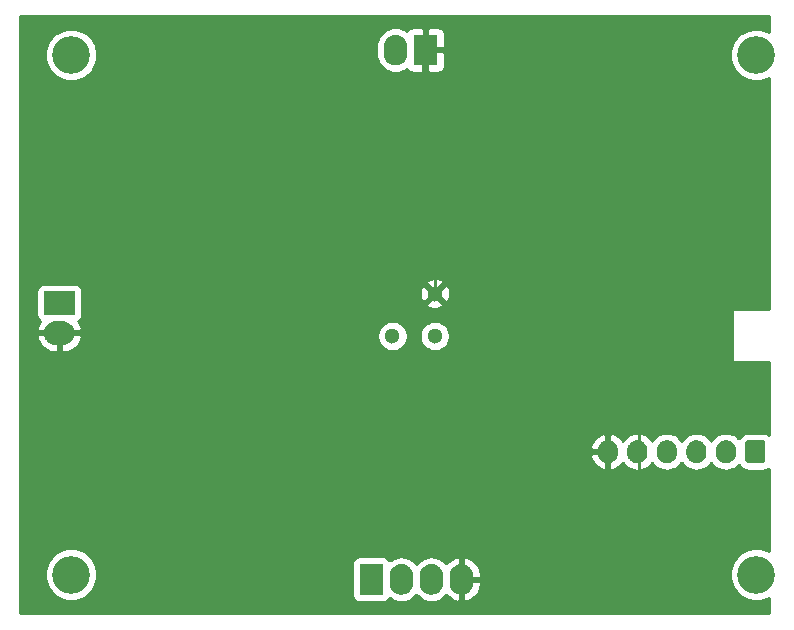
<source format=gbr>
%TF.GenerationSoftware,KiCad,Pcbnew,8.0.6*%
%TF.CreationDate,2024-11-12T13:07:58+05:30*%
%TF.ProjectId,SensePi_yashpal,53656e73-6550-4695-9f79-61736870616c,rev?*%
%TF.SameCoordinates,Original*%
%TF.FileFunction,Copper,L2,Bot*%
%TF.FilePolarity,Positive*%
%FSLAX46Y46*%
G04 Gerber Fmt 4.6, Leading zero omitted, Abs format (unit mm)*
G04 Created by KiCad (PCBNEW 8.0.6) date 2024-11-12 13:07:58*
%MOMM*%
%LPD*%
G01*
G04 APERTURE LIST*
%TA.AperFunction,NonConductor*%
%ADD10C,0.300000*%
%TD*%
%TA.AperFunction,NonConductor*%
%ADD11C,0.000000*%
%TD*%
%TA.AperFunction,ViaPad*%
%ADD12C,0.300010*%
%TD*%
%TA.AperFunction,ViaPad*%
%ADD13C,0.350010*%
%TD*%
%TA.AperFunction,ViaPad*%
%ADD14C,0.950010*%
%TD*%
%TA.AperFunction,ViaPad*%
%ADD15C,0.600000*%
%TD*%
%TA.AperFunction,ViaPad*%
%ADD16C,1.200010*%
%TD*%
%TA.AperFunction,ViaPad*%
%ADD17C,1.300000*%
%TD*%
%TA.AperFunction,ViaPad*%
%ADD18C,3.200010*%
%TD*%
%TA.AperFunction,Conductor*%
%ADD19C,0.254000*%
%TD*%
%TA.AperFunction,Conductor*%
%ADD20C,0.250000*%
%TD*%
G04 APERTURE END LIST*
D10*
X155398610Y-109858790D02*
G75*
G02*
X155098610Y-109858790I-150000J0D01*
G01*
X155098610Y-109858790D02*
G75*
G02*
X155398610Y-109858790I150000J0D01*
G01*
X140548500Y-115951000D02*
G75*
G02*
X140248500Y-115951000I-150000J0D01*
G01*
X140248500Y-115951000D02*
G75*
G02*
X140548500Y-115951000I150000J0D01*
G01*
X162384880Y-95727520D02*
G75*
G02*
X162084880Y-95727520I-150000J0D01*
G01*
X162084880Y-95727520D02*
G75*
G02*
X162384880Y-95727520I150000J0D01*
G01*
X140164960Y-95275400D02*
G75*
G02*
X139864960Y-95275400I-150000J0D01*
G01*
X139864960Y-95275400D02*
G75*
G02*
X140164960Y-95275400I150000J0D01*
G01*
D11*
%TA.AperFunction,NonConductor*%
G36*
X157024810Y-115615090D02*
G01*
X157107330Y-115627330D01*
X157188240Y-115647600D01*
X157266780Y-115675700D01*
X157342190Y-115711370D01*
X157413730Y-115754250D01*
X157480730Y-115803940D01*
X157542540Y-115859960D01*
X157598560Y-115921770D01*
X157648250Y-115988770D01*
X157691130Y-116060310D01*
X157726800Y-116135720D01*
X157754900Y-116214260D01*
X157775170Y-116295170D01*
X157787410Y-116377690D01*
X157791500Y-116461000D01*
X157791500Y-116586000D01*
X157791500Y-116711000D01*
X157787410Y-116794310D01*
X157775170Y-116876830D01*
X157754900Y-116957740D01*
X157726800Y-117036280D01*
X157691130Y-117111690D01*
X157648250Y-117183230D01*
X157598560Y-117250230D01*
X157542540Y-117312040D01*
X157480730Y-117368060D01*
X157413730Y-117417750D01*
X157342190Y-117460630D01*
X157266780Y-117496300D01*
X157188240Y-117524400D01*
X157107330Y-117544670D01*
X157024810Y-117556910D01*
X156941500Y-117561000D01*
X156858190Y-117556910D01*
X156775670Y-117544670D01*
X156694760Y-117524400D01*
X156616220Y-117496300D01*
X156540810Y-117460630D01*
X156469270Y-117417750D01*
X156402270Y-117368060D01*
X156340460Y-117312040D01*
X156284440Y-117250230D01*
X156234750Y-117183230D01*
X156191870Y-117111690D01*
X156156200Y-117036280D01*
X156128100Y-116957740D01*
X156107830Y-116876830D01*
X156095590Y-116794310D01*
X156091500Y-116711000D01*
X156091500Y-116461000D01*
X156095590Y-116377690D01*
X156107830Y-116295170D01*
X156128100Y-116214260D01*
X156156200Y-116135720D01*
X156191870Y-116060310D01*
X156234750Y-115988770D01*
X156284440Y-115921770D01*
X156340460Y-115859960D01*
X156402270Y-115803940D01*
X156469270Y-115754250D01*
X156540810Y-115711370D01*
X156616220Y-115675700D01*
X156694760Y-115647600D01*
X156775670Y-115627330D01*
X156858190Y-115615090D01*
X156941500Y-115611000D01*
X157024810Y-115615090D01*
G37*
%TD.AperFunction*%
D10*
X136121280Y-117078760D02*
G75*
G02*
X135821280Y-117078760I-150000J0D01*
G01*
X135821280Y-117078760D02*
G75*
G02*
X136121280Y-117078760I150000J0D01*
G01*
X140424040Y-110342680D02*
G75*
G02*
X140124040Y-110342680I-150000J0D01*
G01*
X140124040Y-110342680D02*
G75*
G02*
X140424040Y-110342680I150000J0D01*
G01*
D11*
%TA.AperFunction,NonConductor*%
G36*
X139598020Y-126094820D02*
G01*
X139695090Y-126109210D01*
X139790280Y-126133060D01*
X139882680Y-126166120D01*
X139971400Y-126208080D01*
X140055570Y-126258530D01*
X140134390Y-126316990D01*
X140207110Y-126382890D01*
X140273010Y-126455610D01*
X140331470Y-126534430D01*
X140381920Y-126618600D01*
X140423880Y-126707320D01*
X140456940Y-126799720D01*
X140480790Y-126894910D01*
X140495180Y-126991980D01*
X140500000Y-127090000D01*
X140500000Y-127390000D01*
X140500000Y-127690000D01*
X140495180Y-127788020D01*
X140480790Y-127885090D01*
X140456940Y-127980280D01*
X140423880Y-128072680D01*
X140381920Y-128161400D01*
X140331470Y-128245570D01*
X140273010Y-128324390D01*
X140207110Y-128397110D01*
X140134390Y-128463010D01*
X140055570Y-128521470D01*
X139971400Y-128571920D01*
X139882680Y-128613880D01*
X139790280Y-128646940D01*
X139695090Y-128670790D01*
X139598020Y-128685180D01*
X139500000Y-128690000D01*
X139401980Y-128685180D01*
X139304910Y-128670790D01*
X139209720Y-128646940D01*
X139117320Y-128613880D01*
X139028600Y-128571920D01*
X138944430Y-128521470D01*
X138865610Y-128463010D01*
X138792890Y-128397110D01*
X138726990Y-128324390D01*
X138668530Y-128245570D01*
X138618080Y-128161400D01*
X138576120Y-128072680D01*
X138543060Y-127980280D01*
X138519210Y-127885090D01*
X138504820Y-127788020D01*
X138500000Y-127690000D01*
X138500000Y-127090000D01*
X138504820Y-126991980D01*
X138519210Y-126894910D01*
X138543060Y-126799720D01*
X138576120Y-126707320D01*
X138618080Y-126618600D01*
X138668530Y-126534430D01*
X138726990Y-126455610D01*
X138792890Y-126382890D01*
X138865610Y-126316990D01*
X138944430Y-126258530D01*
X139028600Y-126208080D01*
X139117320Y-126166120D01*
X139209720Y-126133060D01*
X139304910Y-126109210D01*
X139401980Y-126094820D01*
X139500000Y-126090000D01*
X139598020Y-126094820D01*
G37*
%TD.AperFunction*%
D10*
X139072760Y-90906600D02*
G75*
G02*
X138772760Y-90906600I-150000J0D01*
G01*
X138772760Y-90906600D02*
G75*
G02*
X139072760Y-90906600I150000J0D01*
G01*
D11*
%TA.AperFunction,NonConductor*%
G36*
X159524810Y-115615090D02*
G01*
X159607330Y-115627330D01*
X159688240Y-115647600D01*
X159766780Y-115675700D01*
X159842190Y-115711370D01*
X159913730Y-115754250D01*
X159980730Y-115803940D01*
X160042540Y-115859960D01*
X160098560Y-115921770D01*
X160148250Y-115988770D01*
X160191130Y-116060310D01*
X160226800Y-116135720D01*
X160254900Y-116214260D01*
X160275170Y-116295170D01*
X160287410Y-116377690D01*
X160291500Y-116461000D01*
X160291500Y-116586000D01*
X160291500Y-116711000D01*
X160287410Y-116794310D01*
X160275170Y-116876830D01*
X160254900Y-116957740D01*
X160226800Y-117036280D01*
X160191130Y-117111690D01*
X160148250Y-117183230D01*
X160098560Y-117250230D01*
X160042540Y-117312040D01*
X159980730Y-117368060D01*
X159913730Y-117417750D01*
X159842190Y-117460630D01*
X159766780Y-117496300D01*
X159688240Y-117524400D01*
X159607330Y-117544670D01*
X159524810Y-117556910D01*
X159441500Y-117561000D01*
X159358190Y-117556910D01*
X159275670Y-117544670D01*
X159194760Y-117524400D01*
X159116220Y-117496300D01*
X159040810Y-117460630D01*
X158969270Y-117417750D01*
X158902270Y-117368060D01*
X158840460Y-117312040D01*
X158784440Y-117250230D01*
X158734750Y-117183230D01*
X158691870Y-117111690D01*
X158656200Y-117036280D01*
X158628100Y-116957740D01*
X158607830Y-116876830D01*
X158595590Y-116794310D01*
X158591500Y-116711000D01*
X158591500Y-116461000D01*
X158595590Y-116377690D01*
X158607830Y-116295170D01*
X158628100Y-116214260D01*
X158656200Y-116135720D01*
X158691870Y-116060310D01*
X158734750Y-115988770D01*
X158784440Y-115921770D01*
X158840460Y-115859960D01*
X158902270Y-115803940D01*
X158969270Y-115754250D01*
X159040810Y-115711370D01*
X159116220Y-115675700D01*
X159194760Y-115647600D01*
X159275670Y-115627330D01*
X159358190Y-115615090D01*
X159441500Y-115611000D01*
X159524810Y-115615090D01*
G37*
%TD.AperFunction*%
%TA.AperFunction,NonConductor*%
G36*
X140010000Y-83880000D02*
G01*
X138010000Y-83880000D01*
X138010000Y-81280000D01*
X140010000Y-81280000D01*
X140010000Y-83880000D01*
G37*
%TD.AperFunction*%
D10*
X137721150Y-96943850D02*
G75*
G02*
X137421150Y-96943850I-150000J0D01*
G01*
X137421150Y-96943850D02*
G75*
G02*
X137721150Y-96943850I150000J0D01*
G01*
X162384880Y-96413320D02*
G75*
G02*
X162084880Y-96413320I-150000J0D01*
G01*
X162084880Y-96413320D02*
G75*
G02*
X162384880Y-96413320I150000J0D01*
G01*
X138910000Y-87502800D02*
G75*
G02*
X138610000Y-87502800I-150000J0D01*
G01*
X138610000Y-87502800D02*
G75*
G02*
X138910000Y-87502800I150000J0D01*
G01*
X142961500Y-122936000D02*
G75*
G02*
X142661500Y-122936000I-150000J0D01*
G01*
X142661500Y-122936000D02*
G75*
G02*
X142961500Y-122936000I150000J0D01*
G01*
X162405200Y-90459560D02*
G75*
G02*
X162105200Y-90459560I-150000J0D01*
G01*
X162105200Y-90459560D02*
G75*
G02*
X162405200Y-90459560I150000J0D01*
G01*
D11*
%TA.AperFunction,NonConductor*%
G36*
X109300000Y-105000000D02*
G01*
X106700000Y-105000000D01*
X106700000Y-103000000D01*
X109300000Y-103000000D01*
X109300000Y-105000000D01*
G37*
%TD.AperFunction*%
%TA.AperFunction,NonConductor*%
G36*
X142138020Y-126094820D02*
G01*
X142235090Y-126109210D01*
X142330280Y-126133060D01*
X142422680Y-126166120D01*
X142511400Y-126208080D01*
X142595570Y-126258530D01*
X142674390Y-126316990D01*
X142747110Y-126382890D01*
X142813010Y-126455610D01*
X142871470Y-126534430D01*
X142921920Y-126618600D01*
X142963880Y-126707320D01*
X142996940Y-126799720D01*
X143020790Y-126894910D01*
X143035180Y-126991980D01*
X143040000Y-127090000D01*
X143040000Y-127390000D01*
X143040000Y-127690000D01*
X143035180Y-127788020D01*
X143020790Y-127885090D01*
X142996940Y-127980280D01*
X142963880Y-128072680D01*
X142921920Y-128161400D01*
X142871470Y-128245570D01*
X142813010Y-128324390D01*
X142747110Y-128397110D01*
X142674390Y-128463010D01*
X142595570Y-128521470D01*
X142511400Y-128571920D01*
X142422680Y-128613880D01*
X142330280Y-128646940D01*
X142235090Y-128670790D01*
X142138020Y-128685180D01*
X142040000Y-128690000D01*
X141941980Y-128685180D01*
X141844910Y-128670790D01*
X141749720Y-128646940D01*
X141657320Y-128613880D01*
X141568600Y-128571920D01*
X141484430Y-128521470D01*
X141405610Y-128463010D01*
X141332890Y-128397110D01*
X141266990Y-128324390D01*
X141208530Y-128245570D01*
X141158080Y-128161400D01*
X141116120Y-128072680D01*
X141083060Y-127980280D01*
X141059210Y-127885090D01*
X141044820Y-127788020D01*
X141040000Y-127690000D01*
X141040000Y-127090000D01*
X141044820Y-126991980D01*
X141059210Y-126894910D01*
X141083060Y-126799720D01*
X141116120Y-126707320D01*
X141158080Y-126618600D01*
X141208530Y-126534430D01*
X141266990Y-126455610D01*
X141332890Y-126382890D01*
X141405610Y-126316990D01*
X141484430Y-126258530D01*
X141568600Y-126208080D01*
X141657320Y-126166120D01*
X141749720Y-126133060D01*
X141844910Y-126109210D01*
X141941980Y-126094820D01*
X142040000Y-126090000D01*
X142138020Y-126094820D01*
G37*
%TD.AperFunction*%
%TA.AperFunction,NonConductor*%
G36*
X137058020Y-126094820D02*
G01*
X137155090Y-126109210D01*
X137250280Y-126133060D01*
X137342680Y-126166120D01*
X137431400Y-126208080D01*
X137515570Y-126258530D01*
X137594390Y-126316990D01*
X137667110Y-126382890D01*
X137733010Y-126455610D01*
X137791470Y-126534430D01*
X137841920Y-126618600D01*
X137883880Y-126707320D01*
X137916940Y-126799720D01*
X137940790Y-126894910D01*
X137955180Y-126991980D01*
X137960000Y-127090000D01*
X137960000Y-127390000D01*
X137960000Y-127690000D01*
X137955180Y-127788020D01*
X137940790Y-127885090D01*
X137916940Y-127980280D01*
X137883880Y-128072680D01*
X137841920Y-128161400D01*
X137791470Y-128245570D01*
X137733010Y-128324390D01*
X137667110Y-128397110D01*
X137594390Y-128463010D01*
X137515570Y-128521470D01*
X137431400Y-128571920D01*
X137342680Y-128613880D01*
X137250280Y-128646940D01*
X137155090Y-128670790D01*
X137058020Y-128685180D01*
X136960000Y-128690000D01*
X136861980Y-128685180D01*
X136764910Y-128670790D01*
X136669720Y-128646940D01*
X136577320Y-128613880D01*
X136488600Y-128571920D01*
X136404430Y-128521470D01*
X136325610Y-128463010D01*
X136252890Y-128397110D01*
X136186990Y-128324390D01*
X136128530Y-128245570D01*
X136078080Y-128161400D01*
X136036120Y-128072680D01*
X136003060Y-127980280D01*
X135979210Y-127885090D01*
X135964820Y-127788020D01*
X135960000Y-127690000D01*
X135960000Y-127090000D01*
X135964820Y-126991980D01*
X135979210Y-126894910D01*
X136003060Y-126799720D01*
X136036120Y-126707320D01*
X136078080Y-126618600D01*
X136128530Y-126534430D01*
X136186990Y-126455610D01*
X136252890Y-126382890D01*
X136325610Y-126316990D01*
X136404430Y-126258530D01*
X136488600Y-126208080D01*
X136577320Y-126166120D01*
X136669720Y-126133060D01*
X136764910Y-126109210D01*
X136861980Y-126094820D01*
X136960000Y-126090000D01*
X137058020Y-126094820D01*
G37*
%TD.AperFunction*%
D10*
X148506320Y-109169200D02*
G75*
G02*
X148206320Y-109169200I-150000J0D01*
G01*
X148206320Y-109169200D02*
G75*
G02*
X148506320Y-109169200I150000J0D01*
G01*
D11*
%TA.AperFunction,NonConductor*%
G36*
X164524810Y-115615090D02*
G01*
X164607330Y-115627330D01*
X164688240Y-115647600D01*
X164766780Y-115675700D01*
X164842190Y-115711370D01*
X164913730Y-115754250D01*
X164980730Y-115803940D01*
X165042540Y-115859960D01*
X165098560Y-115921770D01*
X165148250Y-115988770D01*
X165191130Y-116060310D01*
X165226800Y-116135720D01*
X165254900Y-116214260D01*
X165275170Y-116295170D01*
X165287410Y-116377690D01*
X165291500Y-116461000D01*
X165291500Y-116586000D01*
X165291500Y-116711000D01*
X165287410Y-116794310D01*
X165275170Y-116876830D01*
X165254900Y-116957740D01*
X165226800Y-117036280D01*
X165191130Y-117111690D01*
X165148250Y-117183230D01*
X165098560Y-117250230D01*
X165042540Y-117312040D01*
X164980730Y-117368060D01*
X164913730Y-117417750D01*
X164842190Y-117460630D01*
X164766780Y-117496300D01*
X164688240Y-117524400D01*
X164607330Y-117544670D01*
X164524810Y-117556910D01*
X164441500Y-117561000D01*
X164358190Y-117556910D01*
X164275670Y-117544670D01*
X164194760Y-117524400D01*
X164116220Y-117496300D01*
X164040810Y-117460630D01*
X163969270Y-117417750D01*
X163902270Y-117368060D01*
X163840460Y-117312040D01*
X163784440Y-117250230D01*
X163734750Y-117183230D01*
X163691870Y-117111690D01*
X163656200Y-117036280D01*
X163628100Y-116957740D01*
X163607830Y-116876830D01*
X163595590Y-116794310D01*
X163591500Y-116711000D01*
X163591500Y-116461000D01*
X163595590Y-116377690D01*
X163607830Y-116295170D01*
X163628100Y-116214260D01*
X163656200Y-116135720D01*
X163691870Y-116060310D01*
X163734750Y-115988770D01*
X163784440Y-115921770D01*
X163840460Y-115859960D01*
X163902270Y-115803940D01*
X163969270Y-115754250D01*
X164040810Y-115711370D01*
X164116220Y-115675700D01*
X164194760Y-115647600D01*
X164275670Y-115627330D01*
X164358190Y-115615090D01*
X164441500Y-115611000D01*
X164524810Y-115615090D01*
G37*
%TD.AperFunction*%
%TA.AperFunction,NonConductor*%
G36*
X168073000Y-81028950D02*
G01*
X168058670Y-81019370D01*
X167651930Y-80850890D01*
X167220130Y-80765000D01*
X166779870Y-80765000D01*
X166348080Y-80850890D01*
X165941330Y-81019370D01*
X165575270Y-81263960D01*
X165263960Y-81575270D01*
X165019370Y-81941330D01*
X164850890Y-82348080D01*
X164765000Y-82779870D01*
X164765000Y-83220130D01*
X164850890Y-83651930D01*
X165019370Y-84058670D01*
X165263960Y-84424730D01*
X165575270Y-84736040D01*
X165941330Y-84980630D01*
X166348080Y-85149110D01*
X166779870Y-85235000D01*
X167220130Y-85235000D01*
X167651930Y-85149110D01*
X168058670Y-84980630D01*
X168073000Y-84971060D01*
X168073000Y-104473000D01*
X165100000Y-104473000D01*
X165075220Y-104475440D01*
X165051400Y-104482670D01*
X165029440Y-104494400D01*
X165010200Y-104510200D01*
X164994400Y-104529440D01*
X164982670Y-104551400D01*
X164975440Y-104575220D01*
X164973000Y-104600000D01*
X164973000Y-108900000D01*
X164975440Y-108924780D01*
X164982670Y-108948600D01*
X164994400Y-108970560D01*
X165010200Y-108989800D01*
X165029440Y-109005600D01*
X165051400Y-109017330D01*
X165075220Y-109024560D01*
X165100000Y-109027000D01*
X168073000Y-109027000D01*
X168073000Y-115153870D01*
X168034890Y-115122600D01*
X167881350Y-115040530D01*
X167714750Y-114989990D01*
X167541500Y-114972930D01*
X166341500Y-114972930D01*
X166168250Y-114989990D01*
X166001650Y-115040530D01*
X165848110Y-115122600D01*
X165713540Y-115233040D01*
X165603100Y-115367610D01*
X165548720Y-115469340D01*
X165496630Y-115405870D01*
X165270510Y-115220290D01*
X165012530Y-115082400D01*
X164732610Y-114997490D01*
X164441500Y-114968820D01*
X164150390Y-114997490D01*
X163870470Y-115082400D01*
X163612490Y-115220290D01*
X163386370Y-115405870D01*
X163200790Y-115631990D01*
X163191500Y-115649370D01*
X163182210Y-115631990D01*
X162996630Y-115405870D01*
X162770510Y-115220290D01*
X162512530Y-115082400D01*
X162232610Y-114997490D01*
X161941500Y-114968820D01*
X161650390Y-114997490D01*
X161370470Y-115082400D01*
X161112490Y-115220290D01*
X160886370Y-115405870D01*
X160700790Y-115631990D01*
X160691500Y-115649370D01*
X160682210Y-115631990D01*
X160496630Y-115405870D01*
X160270510Y-115220290D01*
X160012530Y-115082400D01*
X159732610Y-114997490D01*
X159441500Y-114968820D01*
X159150390Y-114997490D01*
X158870470Y-115082400D01*
X158612490Y-115220290D01*
X158386370Y-115405870D01*
X158200790Y-115631990D01*
X158191500Y-115649370D01*
X158182210Y-115631990D01*
X157996630Y-115405870D01*
X157770510Y-115220290D01*
X157512530Y-115082400D01*
X157232610Y-114997490D01*
X156941500Y-114968820D01*
X156650390Y-114997490D01*
X156370470Y-115082400D01*
X156112490Y-115220290D01*
X155886370Y-115405870D01*
X155700790Y-115631990D01*
X155687040Y-115657720D01*
X155530550Y-115451570D01*
X155312690Y-115258500D01*
X155061360Y-115111650D01*
X154798390Y-115019520D01*
X154568500Y-115140850D01*
X154568500Y-116459000D01*
X154588500Y-116459000D01*
X154588500Y-116713000D01*
X154568500Y-116713000D01*
X154568500Y-118031160D01*
X154798390Y-118152480D01*
X155061360Y-118060350D01*
X155312690Y-117913500D01*
X155530550Y-117720430D01*
X155687040Y-117514280D01*
X155700790Y-117540010D01*
X155886370Y-117766130D01*
X156112490Y-117951710D01*
X156370470Y-118089600D01*
X156650390Y-118174510D01*
X156941500Y-118203190D01*
X157232610Y-118174510D01*
X157512530Y-118089600D01*
X157770510Y-117951710D01*
X157996630Y-117766130D01*
X158182210Y-117540010D01*
X158191500Y-117522630D01*
X158200790Y-117540010D01*
X158386370Y-117766130D01*
X158612490Y-117951710D01*
X158870470Y-118089600D01*
X159150390Y-118174510D01*
X159441500Y-118203190D01*
X159732610Y-118174510D01*
X160012530Y-118089600D01*
X160270510Y-117951710D01*
X160496630Y-117766130D01*
X160682210Y-117540010D01*
X160691500Y-117522630D01*
X160700790Y-117540010D01*
X160886370Y-117766130D01*
X161112490Y-117951710D01*
X161370470Y-118089600D01*
X161650390Y-118174510D01*
X161941500Y-118203190D01*
X162232610Y-118174510D01*
X162512530Y-118089600D01*
X162770510Y-117951710D01*
X162996630Y-117766130D01*
X163182210Y-117540010D01*
X163191500Y-117522630D01*
X163200790Y-117540010D01*
X163386370Y-117766130D01*
X163612490Y-117951710D01*
X163870470Y-118089600D01*
X164150390Y-118174510D01*
X164441500Y-118203190D01*
X164732610Y-118174510D01*
X165012530Y-118089600D01*
X165270510Y-117951710D01*
X165496630Y-117766130D01*
X165548720Y-117702660D01*
X165603100Y-117804390D01*
X165713540Y-117938960D01*
X165848110Y-118049410D01*
X166001650Y-118131470D01*
X166168250Y-118182010D01*
X166341500Y-118199070D01*
X167541500Y-118199070D01*
X167714750Y-118182010D01*
X167881350Y-118131470D01*
X168034890Y-118049410D01*
X168073000Y-118018130D01*
X168073000Y-125028950D01*
X168058670Y-125019370D01*
X167651930Y-124850890D01*
X167220130Y-124765000D01*
X166779870Y-124765000D01*
X166348080Y-124850890D01*
X165941330Y-125019370D01*
X165575270Y-125263960D01*
X165263960Y-125575270D01*
X165019370Y-125941330D01*
X164850890Y-126348080D01*
X164765000Y-126779870D01*
X164765000Y-127220130D01*
X164850890Y-127651930D01*
X165019370Y-128058670D01*
X165263960Y-128424730D01*
X165575270Y-128736040D01*
X165941330Y-128980630D01*
X166348080Y-129149110D01*
X166779870Y-129235000D01*
X167220130Y-129235000D01*
X167651930Y-129149110D01*
X168058670Y-128980630D01*
X168073000Y-128971060D01*
X168073000Y-130290000D01*
X104710000Y-130290000D01*
X104710000Y-127220130D01*
X106765000Y-127220130D01*
X106850890Y-127651930D01*
X107019370Y-128058670D01*
X107263960Y-128424730D01*
X107575270Y-128736040D01*
X107941330Y-128980630D01*
X108348080Y-129149110D01*
X108779870Y-129235000D01*
X109220130Y-129235000D01*
X109651930Y-129149110D01*
X110058670Y-128980630D01*
X110424730Y-128736040D01*
X110470770Y-128690000D01*
X132781930Y-128690000D01*
X132794190Y-128814480D01*
X132830500Y-128934180D01*
X132889460Y-129044490D01*
X132968820Y-129141190D01*
X133065510Y-129220540D01*
X133175820Y-129279500D01*
X133295520Y-129315810D01*
X133420000Y-129328070D01*
X135420000Y-129328070D01*
X135544480Y-129315810D01*
X135664180Y-129279500D01*
X135774490Y-129220540D01*
X135871190Y-129141190D01*
X135950540Y-129044490D01*
X135975740Y-128997350D01*
X136047250Y-129056030D01*
X136331290Y-129207850D01*
X136639490Y-129301340D01*
X136960000Y-129332910D01*
X137280520Y-129301340D01*
X137588720Y-129207850D01*
X137872750Y-129056030D01*
X138121710Y-128851710D01*
X138230000Y-128719770D01*
X138338290Y-128851710D01*
X138587250Y-129056030D01*
X138871290Y-129207850D01*
X139179490Y-129301340D01*
X139500000Y-129332910D01*
X139820520Y-129301340D01*
X140128720Y-129207850D01*
X140412750Y-129056030D01*
X140661710Y-128851710D01*
X140768280Y-128721860D01*
X140973680Y-128935920D01*
X141237240Y-129120010D01*
X141531650Y-129249140D01*
X141659570Y-129280120D01*
X141913000Y-129160780D01*
X142167000Y-129160780D01*
X142420430Y-129280120D01*
X142548360Y-129249140D01*
X142842760Y-129120010D01*
X143106320Y-128935920D01*
X143328900Y-128703950D01*
X143501940Y-128433020D01*
X143618810Y-128133530D01*
X143675000Y-127817000D01*
X143675000Y-127517000D01*
X142167000Y-127517000D01*
X142167000Y-129160780D01*
X141913000Y-129160780D01*
X141913000Y-127517000D01*
X141893000Y-127517000D01*
X141893000Y-127263000D01*
X141913000Y-127263000D01*
X142167000Y-127263000D01*
X143675000Y-127263000D01*
X143675000Y-126963000D01*
X143618810Y-126646470D01*
X143501940Y-126346980D01*
X143328900Y-126076050D01*
X143106320Y-125844080D01*
X142842760Y-125659990D01*
X142548360Y-125530860D01*
X142420430Y-125499880D01*
X142167000Y-125619220D01*
X142167000Y-127263000D01*
X141913000Y-127263000D01*
X141913000Y-125619220D01*
X141659570Y-125499880D01*
X141531650Y-125530860D01*
X141237240Y-125659990D01*
X140973680Y-125844080D01*
X140768280Y-126058140D01*
X140661710Y-125928290D01*
X140412750Y-125723970D01*
X140128710Y-125572150D01*
X139820520Y-125478660D01*
X139500000Y-125447090D01*
X139179480Y-125478660D01*
X138871290Y-125572150D01*
X138587250Y-125723970D01*
X138338290Y-125928290D01*
X138230000Y-126060230D01*
X138121710Y-125928290D01*
X137872750Y-125723970D01*
X137588710Y-125572150D01*
X137280520Y-125478660D01*
X136960000Y-125447090D01*
X136639480Y-125478660D01*
X136331290Y-125572150D01*
X136047250Y-125723970D01*
X135975740Y-125782660D01*
X135950540Y-125735510D01*
X135871190Y-125638820D01*
X135774490Y-125559460D01*
X135664180Y-125500500D01*
X135544480Y-125464190D01*
X135420000Y-125451930D01*
X133420000Y-125451930D01*
X133295520Y-125464190D01*
X133175820Y-125500500D01*
X133065510Y-125559460D01*
X132968820Y-125638820D01*
X132889460Y-125735510D01*
X132830500Y-125845820D01*
X132794190Y-125965520D01*
X132781930Y-126090000D01*
X132781930Y-128690000D01*
X110470770Y-128690000D01*
X110736040Y-128424730D01*
X110980630Y-128058670D01*
X111149110Y-127651930D01*
X111235000Y-127220130D01*
X111235000Y-126779870D01*
X111149110Y-126348080D01*
X111042210Y-126090000D01*
X110980630Y-125941330D01*
X110736040Y-125575270D01*
X110424730Y-125263960D01*
X110058670Y-125019370D01*
X109651930Y-124850890D01*
X109220130Y-124765000D01*
X108779870Y-124765000D01*
X108348080Y-124850890D01*
X107941330Y-125019370D01*
X107575270Y-125263960D01*
X107263960Y-125575270D01*
X107019370Y-125941330D01*
X106850890Y-126348080D01*
X106765000Y-126779870D01*
X106765000Y-127220130D01*
X104710000Y-127220130D01*
X104710000Y-126779870D01*
X104710000Y-116945270D01*
X152975180Y-116945270D01*
X153049060Y-117226830D01*
X153176450Y-117488570D01*
X153352450Y-117720430D01*
X153570310Y-117913500D01*
X153821640Y-118060350D01*
X154084610Y-118152480D01*
X154314500Y-118031160D01*
X154314500Y-116713000D01*
X153115340Y-116713000D01*
X152975180Y-116945270D01*
X104710000Y-116945270D01*
X104710000Y-116226730D01*
X152975180Y-116226730D01*
X153115340Y-116459000D01*
X154314500Y-116459000D01*
X154314500Y-115140850D01*
X154084610Y-115019520D01*
X153821640Y-115111650D01*
X153570310Y-115258500D01*
X153352450Y-115451570D01*
X153176450Y-115683430D01*
X153049060Y-115945170D01*
X152975180Y-116226730D01*
X104710000Y-116226730D01*
X104710000Y-106920430D01*
X106109880Y-106920430D01*
X106140860Y-107048360D01*
X106269990Y-107342760D01*
X106454080Y-107606320D01*
X106686050Y-107828900D01*
X106956980Y-108001940D01*
X107256470Y-108118810D01*
X107573000Y-108175000D01*
X107873000Y-108175000D01*
X107873000Y-106667000D01*
X108127000Y-106667000D01*
X108127000Y-108175000D01*
X108427000Y-108175000D01*
X108743530Y-108118810D01*
X109043020Y-108001940D01*
X109313950Y-107828900D01*
X109545920Y-107606320D01*
X109730010Y-107342760D01*
X109859140Y-107048360D01*
X109889604Y-106922560D01*
X134919000Y-106922560D01*
X134968380Y-107170820D01*
X135065250Y-107404680D01*
X135205880Y-107615140D01*
X135384860Y-107794130D01*
X135595320Y-107934750D01*
X135829180Y-108031620D01*
X136077440Y-108081000D01*
X136330560Y-108081000D01*
X136578820Y-108031620D01*
X136812680Y-107934750D01*
X137023140Y-107794130D01*
X137202130Y-107615140D01*
X137342750Y-107404680D01*
X137439620Y-107170820D01*
X137489000Y-106922560D01*
X138511000Y-106922560D01*
X138560380Y-107170820D01*
X138657250Y-107404680D01*
X138797880Y-107615140D01*
X138976860Y-107794130D01*
X139187320Y-107934750D01*
X139421180Y-108031620D01*
X139669440Y-108081000D01*
X139922560Y-108081000D01*
X140170820Y-108031620D01*
X140404680Y-107934750D01*
X140615140Y-107794130D01*
X140794130Y-107615140D01*
X140934750Y-107404680D01*
X141031620Y-107170820D01*
X141081000Y-106922560D01*
X141081000Y-106669440D01*
X141031620Y-106421180D01*
X140934750Y-106187320D01*
X140794130Y-105976860D01*
X140615140Y-105797880D01*
X140404680Y-105657250D01*
X140170820Y-105560380D01*
X139922560Y-105511000D01*
X139669440Y-105511000D01*
X139421180Y-105560380D01*
X139187320Y-105657250D01*
X138976860Y-105797880D01*
X138797880Y-105976860D01*
X138657250Y-106187320D01*
X138560380Y-106421180D01*
X138511000Y-106669440D01*
X138511000Y-106922560D01*
X137489000Y-106922560D01*
X137489000Y-106669440D01*
X137439620Y-106421180D01*
X137342750Y-106187320D01*
X137202130Y-105976860D01*
X137023140Y-105797880D01*
X136812680Y-105657250D01*
X136578820Y-105560380D01*
X136330560Y-105511000D01*
X136077440Y-105511000D01*
X135829180Y-105560380D01*
X135595320Y-105657250D01*
X135384860Y-105797880D01*
X135205880Y-105976860D01*
X135065250Y-106187320D01*
X134968380Y-106421180D01*
X134919000Y-106669440D01*
X134919000Y-106922560D01*
X109889604Y-106922560D01*
X109890120Y-106920430D01*
X109771930Y-106669440D01*
X109770780Y-106667000D01*
X108127000Y-106667000D01*
X107873000Y-106667000D01*
X106229220Y-106667000D01*
X106109880Y-106920430D01*
X104710000Y-106920430D01*
X104710000Y-105000000D01*
X106061930Y-105000000D01*
X106074190Y-105124480D01*
X106110500Y-105244180D01*
X106169460Y-105354490D01*
X106248820Y-105451190D01*
X106345510Y-105530540D01*
X106395650Y-105557340D01*
X106269990Y-105737240D01*
X106140860Y-106031650D01*
X106109880Y-106159570D01*
X106229220Y-106413000D01*
X107873000Y-106413000D01*
X107873000Y-106393000D01*
X108127000Y-106393000D01*
X108127000Y-106413000D01*
X109770780Y-106413000D01*
X109890120Y-106159570D01*
X109859140Y-106031650D01*
X109730010Y-105737240D01*
X109604350Y-105557340D01*
X109654490Y-105530540D01*
X109751190Y-105451190D01*
X109830540Y-105354490D01*
X109889500Y-105244180D01*
X109925810Y-105124480D01*
X109938070Y-105000000D01*
X109938070Y-104089530D01*
X139090080Y-104089530D01*
X139143470Y-104318200D01*
X139373370Y-104424100D01*
X139619520Y-104483100D01*
X139872460Y-104492950D01*
X140122450Y-104453270D01*
X140359900Y-104365580D01*
X140448530Y-104318200D01*
X140501920Y-104089530D01*
X139796000Y-103383610D01*
X139090080Y-104089530D01*
X109938070Y-104089530D01*
X109938070Y-103280460D01*
X138507050Y-103280460D01*
X138546730Y-103530450D01*
X138634420Y-103767900D01*
X138681800Y-103856530D01*
X138910470Y-103909920D01*
X139616400Y-103204000D01*
X139975610Y-103204000D01*
X140681530Y-103909920D01*
X140910200Y-103856530D01*
X141016100Y-103626630D01*
X141075100Y-103380480D01*
X141084950Y-103127550D01*
X141045270Y-102877550D01*
X140957580Y-102640100D01*
X140910200Y-102551470D01*
X140681530Y-102498080D01*
X139975610Y-103204000D01*
X139616400Y-103204000D01*
X138910470Y-102498080D01*
X138681800Y-102551470D01*
X138575910Y-102781370D01*
X138516900Y-103027520D01*
X138507050Y-103280460D01*
X109938070Y-103280460D01*
X109938070Y-103000000D01*
X109925810Y-102875520D01*
X109889500Y-102755820D01*
X109830540Y-102645510D01*
X109751190Y-102548820D01*
X109654490Y-102469460D01*
X109544180Y-102410500D01*
X109424480Y-102374190D01*
X109300000Y-102361930D01*
X106700000Y-102361930D01*
X106575520Y-102374190D01*
X106455820Y-102410500D01*
X106345510Y-102469460D01*
X106248820Y-102548820D01*
X106169460Y-102645510D01*
X106110500Y-102755820D01*
X106074190Y-102875520D01*
X106061930Y-103000000D01*
X106061930Y-105000000D01*
X104710000Y-105000000D01*
X104710000Y-103000000D01*
X104710000Y-102318470D01*
X139090080Y-102318470D01*
X139796000Y-103024400D01*
X140501920Y-102318470D01*
X140448530Y-102089800D01*
X140218630Y-101983910D01*
X139972480Y-101924900D01*
X139719550Y-101915050D01*
X139469550Y-101954730D01*
X139232100Y-102042420D01*
X139143470Y-102089800D01*
X139090080Y-102318470D01*
X104710000Y-102318470D01*
X104710000Y-83220130D01*
X106765000Y-83220130D01*
X106850890Y-83651930D01*
X107019370Y-84058670D01*
X107263960Y-84424730D01*
X107575270Y-84736040D01*
X107941330Y-84980630D01*
X108348080Y-85149110D01*
X108779870Y-85235000D01*
X109220130Y-85235000D01*
X109651930Y-85149110D01*
X110058670Y-84980630D01*
X110424730Y-84736040D01*
X110736040Y-84424730D01*
X110980630Y-84058670D01*
X111149110Y-83651930D01*
X111235000Y-83220130D01*
X111235000Y-82960320D01*
X134835000Y-82960320D01*
X134858660Y-83200520D01*
X134952150Y-83508710D01*
X135103970Y-83792750D01*
X135308290Y-84041710D01*
X135557250Y-84246030D01*
X135841290Y-84397850D01*
X136149480Y-84491340D01*
X136470000Y-84522910D01*
X136790520Y-84491340D01*
X137098710Y-84397850D01*
X137382750Y-84246030D01*
X137454260Y-84187350D01*
X137479460Y-84234490D01*
X137558820Y-84331190D01*
X137655510Y-84410540D01*
X137765820Y-84469500D01*
X137885520Y-84505810D01*
X138010000Y-84518070D01*
X138724250Y-84515000D01*
X138883000Y-84356250D01*
X139137000Y-84356250D01*
X139295750Y-84515000D01*
X140010000Y-84518070D01*
X140134480Y-84505810D01*
X140254180Y-84469500D01*
X140364490Y-84410540D01*
X140461190Y-84331190D01*
X140540540Y-84234490D01*
X140599500Y-84124180D01*
X140635810Y-84004480D01*
X140648070Y-83880000D01*
X140645000Y-82865750D01*
X140486250Y-82707000D01*
X139137000Y-82707000D01*
X139137000Y-84356250D01*
X138883000Y-84356250D01*
X138883000Y-82707000D01*
X138863000Y-82707000D01*
X138863000Y-82453000D01*
X138883000Y-82453000D01*
X139137000Y-82453000D01*
X140486250Y-82453000D01*
X140645000Y-82294250D01*
X140648070Y-81280000D01*
X140635810Y-81155520D01*
X140599500Y-81035820D01*
X140540540Y-80925510D01*
X140461190Y-80828820D01*
X140364490Y-80749460D01*
X140254180Y-80690500D01*
X140134480Y-80654190D01*
X140010000Y-80641930D01*
X139295750Y-80645000D01*
X139137000Y-80803750D01*
X139137000Y-82453000D01*
X138883000Y-82453000D01*
X138883000Y-80803750D01*
X138724250Y-80645000D01*
X138010000Y-80641930D01*
X137885520Y-80654190D01*
X137765820Y-80690500D01*
X137655510Y-80749460D01*
X137558820Y-80828820D01*
X137479460Y-80925510D01*
X137454260Y-80972660D01*
X137382750Y-80913970D01*
X137098720Y-80762150D01*
X136790520Y-80668660D01*
X136470000Y-80637090D01*
X136149490Y-80668660D01*
X135841290Y-80762150D01*
X135557250Y-80913970D01*
X135308290Y-81118290D01*
X135103970Y-81367250D01*
X134952150Y-81651290D01*
X134858660Y-81959480D01*
X134835000Y-82199680D01*
X134835000Y-82960320D01*
X111235000Y-82960320D01*
X111235000Y-82779870D01*
X111149110Y-82348080D01*
X111087640Y-82199680D01*
X110980630Y-81941330D01*
X110736040Y-81575270D01*
X110424730Y-81263960D01*
X110058670Y-81019370D01*
X109651930Y-80850890D01*
X109220130Y-80765000D01*
X108779870Y-80765000D01*
X108348080Y-80850890D01*
X107941330Y-81019370D01*
X107575270Y-81263960D01*
X107263960Y-81575270D01*
X107019370Y-81941330D01*
X106850890Y-82348080D01*
X106765000Y-82779870D01*
X106765000Y-83220130D01*
X104710000Y-83220130D01*
X104710000Y-82779870D01*
X104710000Y-79710000D01*
X168073000Y-79710000D01*
X168073000Y-81028950D01*
G37*
%TD.AperFunction*%
D10*
X155760560Y-96540320D02*
G75*
G02*
X155460560Y-96540320I-150000J0D01*
G01*
X155460560Y-96540320D02*
G75*
G02*
X155760560Y-96540320I150000J0D01*
G01*
X126073500Y-103560000D02*
G75*
G02*
X125773500Y-103560000I-150000J0D01*
G01*
X125773500Y-103560000D02*
G75*
G02*
X126073500Y-103560000I150000J0D01*
G01*
D11*
%TA.AperFunction,NonConductor*%
G36*
X167545010Y-115611020D02*
G01*
X167548510Y-115611100D01*
X167552020Y-115611220D01*
X167555520Y-115611390D01*
X167559020Y-115611610D01*
X167562510Y-115611880D01*
X167566000Y-115612200D01*
X167569490Y-115612570D01*
X167572970Y-115612990D01*
X167576450Y-115613450D01*
X167579920Y-115613970D01*
X167583380Y-115614530D01*
X167586830Y-115615140D01*
X167590270Y-115615800D01*
X167593710Y-115616510D01*
X167597130Y-115617270D01*
X167600540Y-115618070D01*
X167603940Y-115618920D01*
X167607330Y-115619820D01*
X167610710Y-115620770D01*
X167614070Y-115621760D01*
X167617420Y-115622810D01*
X167620750Y-115623890D01*
X167624070Y-115625030D01*
X167627370Y-115626210D01*
X167630660Y-115627440D01*
X167633920Y-115628710D01*
X167637170Y-115630030D01*
X167640400Y-115631390D01*
X167643610Y-115632800D01*
X167646800Y-115634260D01*
X167649970Y-115635760D01*
X167653120Y-115637300D01*
X167656250Y-115638890D01*
X167659350Y-115640520D01*
X167662430Y-115642190D01*
X167665490Y-115643910D01*
X167668520Y-115645670D01*
X167671530Y-115647470D01*
X167674510Y-115649320D01*
X167677460Y-115651210D01*
X167680390Y-115653130D01*
X167683290Y-115655100D01*
X167686170Y-115657110D01*
X167689010Y-115659160D01*
X167691830Y-115661250D01*
X167694620Y-115663380D01*
X167697370Y-115665540D01*
X167700100Y-115667750D01*
X167702790Y-115669990D01*
X167705460Y-115672270D01*
X167708090Y-115674590D01*
X167710680Y-115676940D01*
X167713250Y-115679330D01*
X167715780Y-115681760D01*
X167718280Y-115684220D01*
X167720740Y-115686720D01*
X167723170Y-115689250D01*
X167725560Y-115691820D01*
X167727910Y-115694410D01*
X167730230Y-115697040D01*
X167732510Y-115699710D01*
X167734750Y-115702400D01*
X167736960Y-115705130D01*
X167739120Y-115707880D01*
X167741250Y-115710670D01*
X167743340Y-115713490D01*
X167745390Y-115716330D01*
X167747400Y-115719210D01*
X167749370Y-115722110D01*
X167751290Y-115725040D01*
X167753180Y-115727990D01*
X167755030Y-115730970D01*
X167756830Y-115733980D01*
X167758590Y-115737010D01*
X167760310Y-115740070D01*
X167761980Y-115743150D01*
X167763610Y-115746250D01*
X167765200Y-115749380D01*
X167766740Y-115752530D01*
X167768240Y-115755700D01*
X167769700Y-115758890D01*
X167771110Y-115762100D01*
X167772470Y-115765330D01*
X167773790Y-115768580D01*
X167775060Y-115771840D01*
X167776290Y-115775130D01*
X167777470Y-115778430D01*
X167778610Y-115781750D01*
X167779690Y-115785080D01*
X167780740Y-115788430D01*
X167781730Y-115791790D01*
X167782680Y-115795170D01*
X167783580Y-115798560D01*
X167784430Y-115801960D01*
X167785230Y-115805370D01*
X167785990Y-115808790D01*
X167786700Y-115812230D01*
X167787360Y-115815670D01*
X167787970Y-115819120D01*
X167788530Y-115822580D01*
X167789050Y-115826050D01*
X167789510Y-115829530D01*
X167789930Y-115833010D01*
X167790300Y-115836500D01*
X167790620Y-115839990D01*
X167790890Y-115843480D01*
X167791110Y-115846980D01*
X167791280Y-115850480D01*
X167791400Y-115853990D01*
X167791480Y-115857490D01*
X167791500Y-115861000D01*
X167791500Y-117311000D01*
X167791480Y-117314510D01*
X167791400Y-117318010D01*
X167791280Y-117321520D01*
X167791110Y-117325020D01*
X167790890Y-117328520D01*
X167790620Y-117332010D01*
X167790300Y-117335500D01*
X167789930Y-117338990D01*
X167789510Y-117342470D01*
X167789050Y-117345950D01*
X167788530Y-117349420D01*
X167787970Y-117352880D01*
X167787360Y-117356330D01*
X167786700Y-117359770D01*
X167785990Y-117363210D01*
X167785230Y-117366630D01*
X167784430Y-117370040D01*
X167783580Y-117373440D01*
X167782680Y-117376830D01*
X167781730Y-117380210D01*
X167780740Y-117383570D01*
X167779690Y-117386920D01*
X167778610Y-117390250D01*
X167777470Y-117393570D01*
X167776290Y-117396870D01*
X167775060Y-117400160D01*
X167773790Y-117403420D01*
X167772470Y-117406670D01*
X167771110Y-117409900D01*
X167769700Y-117413110D01*
X167768240Y-117416300D01*
X167766740Y-117419470D01*
X167765200Y-117422620D01*
X167763610Y-117425750D01*
X167761980Y-117428850D01*
X167760310Y-117431930D01*
X167758590Y-117434990D01*
X167756830Y-117438020D01*
X167755030Y-117441030D01*
X167753180Y-117444010D01*
X167751290Y-117446960D01*
X167749370Y-117449890D01*
X167747400Y-117452790D01*
X167745390Y-117455670D01*
X167743340Y-117458510D01*
X167741250Y-117461330D01*
X167739120Y-117464120D01*
X167736960Y-117466870D01*
X167734750Y-117469600D01*
X167732510Y-117472290D01*
X167730230Y-117474960D01*
X167727910Y-117477590D01*
X167725560Y-117480180D01*
X167723170Y-117482750D01*
X167720740Y-117485280D01*
X167718280Y-117487780D01*
X167715780Y-117490240D01*
X167713250Y-117492670D01*
X167710680Y-117495060D01*
X167708090Y-117497410D01*
X167705460Y-117499730D01*
X167702790Y-117502010D01*
X167700100Y-117504250D01*
X167697370Y-117506460D01*
X167694620Y-117508620D01*
X167691830Y-117510750D01*
X167689010Y-117512840D01*
X167686170Y-117514890D01*
X167683290Y-117516900D01*
X167680390Y-117518870D01*
X167677460Y-117520790D01*
X167674510Y-117522680D01*
X167671530Y-117524530D01*
X167668520Y-117526330D01*
X167665490Y-117528090D01*
X167662430Y-117529810D01*
X167659350Y-117531480D01*
X167656250Y-117533110D01*
X167653120Y-117534700D01*
X167649970Y-117536240D01*
X167646800Y-117537740D01*
X167643610Y-117539200D01*
X167640400Y-117540610D01*
X167637170Y-117541970D01*
X167633920Y-117543290D01*
X167630660Y-117544560D01*
X167627370Y-117545790D01*
X167624070Y-117546970D01*
X167620750Y-117548110D01*
X167617420Y-117549190D01*
X167614070Y-117550240D01*
X167610710Y-117551230D01*
X167607330Y-117552180D01*
X167603940Y-117553080D01*
X167600540Y-117553930D01*
X167597130Y-117554730D01*
X167593710Y-117555490D01*
X167590270Y-117556200D01*
X167586830Y-117556860D01*
X167583380Y-117557470D01*
X167579920Y-117558030D01*
X167576450Y-117558550D01*
X167572970Y-117559010D01*
X167569490Y-117559430D01*
X167566000Y-117559800D01*
X167562510Y-117560120D01*
X167559020Y-117560390D01*
X167555520Y-117560610D01*
X167552020Y-117560780D01*
X167548510Y-117560900D01*
X167545010Y-117560980D01*
X167541500Y-117561000D01*
X166341500Y-117561000D01*
X166337990Y-117560980D01*
X166334490Y-117560900D01*
X166330980Y-117560780D01*
X166327480Y-117560610D01*
X166323980Y-117560390D01*
X166320490Y-117560120D01*
X166317000Y-117559800D01*
X166313510Y-117559430D01*
X166310030Y-117559010D01*
X166306550Y-117558550D01*
X166303080Y-117558030D01*
X166299620Y-117557470D01*
X166296170Y-117556860D01*
X166292730Y-117556200D01*
X166289290Y-117555490D01*
X166285870Y-117554730D01*
X166282460Y-117553930D01*
X166279060Y-117553080D01*
X166275670Y-117552180D01*
X166272290Y-117551230D01*
X166268930Y-117550240D01*
X166265580Y-117549190D01*
X166262250Y-117548110D01*
X166258930Y-117546970D01*
X166255630Y-117545790D01*
X166252340Y-117544560D01*
X166249080Y-117543290D01*
X166245830Y-117541970D01*
X166242600Y-117540610D01*
X166239390Y-117539200D01*
X166236200Y-117537740D01*
X166233030Y-117536240D01*
X166229880Y-117534700D01*
X166226750Y-117533110D01*
X166223650Y-117531480D01*
X166220570Y-117529810D01*
X166217510Y-117528090D01*
X166214480Y-117526330D01*
X166211470Y-117524530D01*
X166208490Y-117522680D01*
X166205540Y-117520790D01*
X166202610Y-117518870D01*
X166199710Y-117516900D01*
X166196830Y-117514890D01*
X166193990Y-117512840D01*
X166191170Y-117510750D01*
X166188380Y-117508620D01*
X166185630Y-117506460D01*
X166182900Y-117504250D01*
X166180210Y-117502010D01*
X166177540Y-117499730D01*
X166174910Y-117497410D01*
X166172320Y-117495060D01*
X166169750Y-117492670D01*
X166167220Y-117490240D01*
X166164720Y-117487780D01*
X166162260Y-117485280D01*
X166159830Y-117482750D01*
X166157440Y-117480180D01*
X166155090Y-117477590D01*
X166152770Y-117474960D01*
X166150490Y-117472290D01*
X166148250Y-117469600D01*
X166146040Y-117466870D01*
X166143880Y-117464120D01*
X166141750Y-117461330D01*
X166139660Y-117458510D01*
X166137610Y-117455670D01*
X166135600Y-117452790D01*
X166133630Y-117449890D01*
X166131710Y-117446960D01*
X166129820Y-117444010D01*
X166127970Y-117441030D01*
X166126170Y-117438020D01*
X166124410Y-117434990D01*
X166122690Y-117431930D01*
X166121020Y-117428850D01*
X166119390Y-117425750D01*
X166117800Y-117422620D01*
X166116260Y-117419470D01*
X166114760Y-117416300D01*
X166113300Y-117413110D01*
X166111890Y-117409900D01*
X166110530Y-117406670D01*
X166109210Y-117403420D01*
X166107940Y-117400160D01*
X166106710Y-117396870D01*
X166105530Y-117393570D01*
X166104390Y-117390250D01*
X166103310Y-117386920D01*
X166102260Y-117383570D01*
X166101270Y-117380210D01*
X166100320Y-117376830D01*
X166099420Y-117373440D01*
X166098570Y-117370040D01*
X166097770Y-117366630D01*
X166097010Y-117363210D01*
X166096300Y-117359770D01*
X166095640Y-117356330D01*
X166095030Y-117352880D01*
X166094470Y-117349420D01*
X166093950Y-117345950D01*
X166093490Y-117342470D01*
X166093070Y-117338990D01*
X166092700Y-117335500D01*
X166092380Y-117332010D01*
X166092110Y-117328520D01*
X166091890Y-117325020D01*
X166091720Y-117321520D01*
X166091600Y-117318010D01*
X166091520Y-117314510D01*
X166091500Y-117311000D01*
X166091500Y-115861000D01*
X166091520Y-115857490D01*
X166091600Y-115853990D01*
X166091720Y-115850480D01*
X166091890Y-115846980D01*
X166092110Y-115843480D01*
X166092380Y-115839990D01*
X166092700Y-115836500D01*
X166093070Y-115833010D01*
X166093490Y-115829530D01*
X166093950Y-115826050D01*
X166094470Y-115822580D01*
X166095030Y-115819120D01*
X166095640Y-115815670D01*
X166096300Y-115812230D01*
X166097010Y-115808790D01*
X166097770Y-115805370D01*
X166098570Y-115801960D01*
X166099420Y-115798560D01*
X166100320Y-115795170D01*
X166101270Y-115791790D01*
X166102260Y-115788430D01*
X166103310Y-115785080D01*
X166104390Y-115781750D01*
X166105530Y-115778430D01*
X166106710Y-115775130D01*
X166107940Y-115771840D01*
X166109210Y-115768580D01*
X166110530Y-115765330D01*
X166111890Y-115762100D01*
X166113300Y-115758890D01*
X166114760Y-115755700D01*
X166116260Y-115752530D01*
X166117800Y-115749380D01*
X166119390Y-115746250D01*
X166121020Y-115743150D01*
X166122690Y-115740070D01*
X166124410Y-115737010D01*
X166126170Y-115733980D01*
X166127970Y-115730970D01*
X166129820Y-115727990D01*
X166131710Y-115725040D01*
X166133630Y-115722110D01*
X166135600Y-115719210D01*
X166137610Y-115716330D01*
X166139660Y-115713490D01*
X166141750Y-115710670D01*
X166143880Y-115707880D01*
X166146040Y-115705130D01*
X166148250Y-115702400D01*
X166150490Y-115699710D01*
X166152770Y-115697040D01*
X166155090Y-115694410D01*
X166157440Y-115691820D01*
X166159830Y-115689250D01*
X166162260Y-115686720D01*
X166164720Y-115684220D01*
X166167220Y-115681760D01*
X166169750Y-115679330D01*
X166172320Y-115676940D01*
X166174910Y-115674590D01*
X166177540Y-115672270D01*
X166180210Y-115669990D01*
X166182900Y-115667750D01*
X166185630Y-115665540D01*
X166188380Y-115663380D01*
X166191170Y-115661250D01*
X166193990Y-115659160D01*
X166196830Y-115657110D01*
X166199710Y-115655100D01*
X166202610Y-115653130D01*
X166205540Y-115651210D01*
X166208490Y-115649320D01*
X166211470Y-115647470D01*
X166214480Y-115645670D01*
X166217510Y-115643910D01*
X166220570Y-115642190D01*
X166223650Y-115640520D01*
X166226750Y-115638890D01*
X166229880Y-115637300D01*
X166233030Y-115635760D01*
X166236200Y-115634260D01*
X166239390Y-115632800D01*
X166242600Y-115631390D01*
X166245830Y-115630030D01*
X166249080Y-115628710D01*
X166252340Y-115627440D01*
X166255630Y-115626210D01*
X166258930Y-115625030D01*
X166262250Y-115623890D01*
X166265580Y-115622810D01*
X166268930Y-115621760D01*
X166272290Y-115620770D01*
X166275670Y-115619820D01*
X166279060Y-115618920D01*
X166282460Y-115618070D01*
X166285870Y-115617270D01*
X166289290Y-115616510D01*
X166292730Y-115615800D01*
X166296170Y-115615140D01*
X166299620Y-115614530D01*
X166303080Y-115613970D01*
X166306550Y-115613450D01*
X166310030Y-115612990D01*
X166313510Y-115612570D01*
X166317000Y-115612200D01*
X166320490Y-115611880D01*
X166323980Y-115611610D01*
X166327480Y-115611390D01*
X166330980Y-115611220D01*
X166334490Y-115611100D01*
X166337990Y-115611020D01*
X166341500Y-115611000D01*
X167541500Y-115611000D01*
X167545010Y-115611020D01*
G37*
%TD.AperFunction*%
%TA.AperFunction,NonConductor*%
G36*
X162024810Y-115615090D02*
G01*
X162107330Y-115627330D01*
X162188240Y-115647600D01*
X162266780Y-115675700D01*
X162342190Y-115711370D01*
X162413730Y-115754250D01*
X162480730Y-115803940D01*
X162542540Y-115859960D01*
X162598560Y-115921770D01*
X162648250Y-115988770D01*
X162691130Y-116060310D01*
X162726800Y-116135720D01*
X162754900Y-116214260D01*
X162775170Y-116295170D01*
X162787410Y-116377690D01*
X162791500Y-116461000D01*
X162791500Y-116586000D01*
X162791500Y-116711000D01*
X162787410Y-116794310D01*
X162775170Y-116876830D01*
X162754900Y-116957740D01*
X162726800Y-117036280D01*
X162691130Y-117111690D01*
X162648250Y-117183230D01*
X162598560Y-117250230D01*
X162542540Y-117312040D01*
X162480730Y-117368060D01*
X162413730Y-117417750D01*
X162342190Y-117460630D01*
X162266780Y-117496300D01*
X162188240Y-117524400D01*
X162107330Y-117544670D01*
X162024810Y-117556910D01*
X161941500Y-117561000D01*
X161858190Y-117556910D01*
X161775670Y-117544670D01*
X161694760Y-117524400D01*
X161616220Y-117496300D01*
X161540810Y-117460630D01*
X161469270Y-117417750D01*
X161402270Y-117368060D01*
X161340460Y-117312040D01*
X161284440Y-117250230D01*
X161234750Y-117183230D01*
X161191870Y-117111690D01*
X161156200Y-117036280D01*
X161128100Y-116957740D01*
X161107830Y-116876830D01*
X161095590Y-116794310D01*
X161091500Y-116711000D01*
X161091500Y-116461000D01*
X161095590Y-116377690D01*
X161107830Y-116295170D01*
X161128100Y-116214260D01*
X161156200Y-116135720D01*
X161191870Y-116060310D01*
X161234750Y-115988770D01*
X161284440Y-115921770D01*
X161340460Y-115859960D01*
X161402270Y-115803940D01*
X161469270Y-115754250D01*
X161540810Y-115711370D01*
X161616220Y-115675700D01*
X161694760Y-115647600D01*
X161775670Y-115627330D01*
X161858190Y-115615090D01*
X161941500Y-115611000D01*
X162024810Y-115615090D01*
G37*
%TD.AperFunction*%
%TA.AperFunction,NonConductor*%
G36*
X108398020Y-105544820D02*
G01*
X108495090Y-105559210D01*
X108590280Y-105583060D01*
X108682680Y-105616120D01*
X108771400Y-105658080D01*
X108855570Y-105708530D01*
X108934390Y-105766990D01*
X109007110Y-105832890D01*
X109073010Y-105905610D01*
X109131470Y-105984430D01*
X109181920Y-106068600D01*
X109223880Y-106157320D01*
X109256940Y-106249720D01*
X109280790Y-106344910D01*
X109295180Y-106441980D01*
X109300000Y-106540000D01*
X109295180Y-106638020D01*
X109280790Y-106735090D01*
X109256940Y-106830280D01*
X109223880Y-106922680D01*
X109181920Y-107011400D01*
X109131470Y-107095570D01*
X109073010Y-107174390D01*
X109007110Y-107247110D01*
X108934390Y-107313010D01*
X108855570Y-107371470D01*
X108771400Y-107421920D01*
X108682680Y-107463880D01*
X108590280Y-107496940D01*
X108495090Y-107520790D01*
X108398020Y-107535180D01*
X108300000Y-107540000D01*
X107700000Y-107540000D01*
X107601980Y-107535180D01*
X107504910Y-107520790D01*
X107409720Y-107496940D01*
X107317320Y-107463880D01*
X107228600Y-107421920D01*
X107144430Y-107371470D01*
X107065610Y-107313010D01*
X106992890Y-107247110D01*
X106926990Y-107174390D01*
X106868530Y-107095570D01*
X106818080Y-107011400D01*
X106776120Y-106922680D01*
X106743060Y-106830280D01*
X106719210Y-106735090D01*
X106704820Y-106638020D01*
X106700000Y-106540000D01*
X106704820Y-106441980D01*
X106719210Y-106344910D01*
X106743060Y-106249720D01*
X106776120Y-106157320D01*
X106818080Y-106068600D01*
X106868530Y-105984430D01*
X106926990Y-105905610D01*
X106992890Y-105832890D01*
X107065610Y-105766990D01*
X107144430Y-105708530D01*
X107228600Y-105658080D01*
X107317320Y-105616120D01*
X107409720Y-105583060D01*
X107504910Y-105559210D01*
X107601980Y-105544820D01*
X107700000Y-105540000D01*
X108000000Y-105540000D01*
X108300000Y-105540000D01*
X108398020Y-105544820D01*
G37*
%TD.AperFunction*%
%TA.AperFunction,NonConductor*%
G36*
X154524810Y-115615090D02*
G01*
X154607330Y-115627330D01*
X154688240Y-115647600D01*
X154766780Y-115675700D01*
X154842190Y-115711370D01*
X154913730Y-115754250D01*
X154980730Y-115803940D01*
X155042540Y-115859960D01*
X155098560Y-115921770D01*
X155148250Y-115988770D01*
X155191130Y-116060310D01*
X155226800Y-116135720D01*
X155254900Y-116214260D01*
X155275170Y-116295170D01*
X155287410Y-116377690D01*
X155291500Y-116461000D01*
X155291500Y-116586000D01*
X155291500Y-116711000D01*
X155287410Y-116794310D01*
X155275170Y-116876830D01*
X155254900Y-116957740D01*
X155226800Y-117036280D01*
X155191130Y-117111690D01*
X155148250Y-117183230D01*
X155098560Y-117250230D01*
X155042540Y-117312040D01*
X154980730Y-117368060D01*
X154913730Y-117417750D01*
X154842190Y-117460630D01*
X154766780Y-117496300D01*
X154688240Y-117524400D01*
X154607330Y-117544670D01*
X154524810Y-117556910D01*
X154441500Y-117561000D01*
X154358190Y-117556910D01*
X154275670Y-117544670D01*
X154194760Y-117524400D01*
X154116220Y-117496300D01*
X154040810Y-117460630D01*
X153969270Y-117417750D01*
X153902270Y-117368060D01*
X153840460Y-117312040D01*
X153784440Y-117250230D01*
X153734750Y-117183230D01*
X153691870Y-117111690D01*
X153656200Y-117036280D01*
X153628100Y-116957740D01*
X153607830Y-116876830D01*
X153595590Y-116794310D01*
X153591500Y-116711000D01*
X153591500Y-116461000D01*
X153595590Y-116377690D01*
X153607830Y-116295170D01*
X153628100Y-116214260D01*
X153656200Y-116135720D01*
X153691870Y-116060310D01*
X153734750Y-115988770D01*
X153784440Y-115921770D01*
X153840460Y-115859960D01*
X153902270Y-115803940D01*
X153969270Y-115754250D01*
X154040810Y-115711370D01*
X154116220Y-115675700D01*
X154194760Y-115647600D01*
X154275670Y-115627330D01*
X154358190Y-115615090D01*
X154441500Y-115611000D01*
X154524810Y-115615090D01*
G37*
%TD.AperFunction*%
D10*
X166189800Y-120091200D02*
G75*
G02*
X165889800Y-120091200I-150000J0D01*
G01*
X165889800Y-120091200D02*
G75*
G02*
X166189800Y-120091200I150000J0D01*
G01*
X143469500Y-108648500D02*
G75*
G02*
X143169500Y-108648500I-150000J0D01*
G01*
X143169500Y-108648500D02*
G75*
G02*
X143469500Y-108648500I150000J0D01*
G01*
X136380360Y-111729520D02*
G75*
G02*
X136080360Y-111729520I-150000J0D01*
G01*
X136080360Y-111729520D02*
G75*
G02*
X136380360Y-111729520I150000J0D01*
G01*
X131468000Y-113855500D02*
G75*
G02*
X131168000Y-113855500I-150000J0D01*
G01*
X131168000Y-113855500D02*
G75*
G02*
X131468000Y-113855500I150000J0D01*
G01*
X132039500Y-104648000D02*
G75*
G02*
X131739500Y-104648000I-150000J0D01*
G01*
X131739500Y-104648000D02*
G75*
G02*
X132039500Y-104648000I150000J0D01*
G01*
X158066880Y-94904560D02*
G75*
G02*
X157766880Y-94904560I-150000J0D01*
G01*
X157766880Y-94904560D02*
G75*
G02*
X158066880Y-94904560I150000J0D01*
G01*
D11*
%TA.AperFunction,NonConductor*%
G36*
X135420000Y-128690000D02*
G01*
X133420000Y-128690000D01*
X133420000Y-126090000D01*
X135420000Y-126090000D01*
X135420000Y-128690000D01*
G37*
%TD.AperFunction*%
D10*
X135953640Y-110322360D02*
G75*
G02*
X135653640Y-110322360I-150000J0D01*
G01*
X135653640Y-110322360D02*
G75*
G02*
X135953640Y-110322360I150000J0D01*
G01*
D11*
%TA.AperFunction,NonConductor*%
G36*
X136568020Y-81284820D02*
G01*
X136665090Y-81299210D01*
X136760280Y-81323060D01*
X136852680Y-81356120D01*
X136941400Y-81398080D01*
X137025570Y-81448530D01*
X137104390Y-81506990D01*
X137177110Y-81572890D01*
X137243010Y-81645610D01*
X137301470Y-81724430D01*
X137351920Y-81808600D01*
X137393880Y-81897320D01*
X137426940Y-81989720D01*
X137450790Y-82084910D01*
X137465180Y-82181980D01*
X137470000Y-82280000D01*
X137470000Y-82580000D01*
X137470000Y-82880000D01*
X137465180Y-82978020D01*
X137450790Y-83075090D01*
X137426940Y-83170280D01*
X137393880Y-83262680D01*
X137351920Y-83351400D01*
X137301470Y-83435570D01*
X137243010Y-83514390D01*
X137177110Y-83587110D01*
X137104390Y-83653010D01*
X137025570Y-83711470D01*
X136941400Y-83761920D01*
X136852680Y-83803880D01*
X136760280Y-83836940D01*
X136665090Y-83860790D01*
X136568020Y-83875180D01*
X136470000Y-83880000D01*
X136371980Y-83875180D01*
X136274910Y-83860790D01*
X136179720Y-83836940D01*
X136087320Y-83803880D01*
X135998600Y-83761920D01*
X135914430Y-83711470D01*
X135835610Y-83653010D01*
X135762890Y-83587110D01*
X135696990Y-83514390D01*
X135638530Y-83435570D01*
X135588080Y-83351400D01*
X135546120Y-83262680D01*
X135513060Y-83170280D01*
X135489210Y-83075090D01*
X135474820Y-82978020D01*
X135470000Y-82880000D01*
X135470000Y-82280000D01*
X135474820Y-82181980D01*
X135489210Y-82084910D01*
X135513060Y-81989720D01*
X135546120Y-81897320D01*
X135588080Y-81808600D01*
X135638530Y-81724430D01*
X135696990Y-81645610D01*
X135762890Y-81572890D01*
X135835610Y-81506990D01*
X135914430Y-81448530D01*
X135998600Y-81398080D01*
X136087320Y-81356120D01*
X136179720Y-81323060D01*
X136274910Y-81299210D01*
X136371980Y-81284820D01*
X136470000Y-81280000D01*
X136568020Y-81284820D01*
G37*
%TD.AperFunction*%
D10*
X150391000Y-105219500D02*
G75*
G02*
X150091000Y-105219500I-150000J0D01*
G01*
X150091000Y-105219500D02*
G75*
G02*
X150391000Y-105219500I150000J0D01*
G01*
X131404500Y-116395500D02*
G75*
G02*
X131104500Y-116395500I-150000J0D01*
G01*
X131104500Y-116395500D02*
G75*
G02*
X131404500Y-116395500I150000J0D01*
G01*
X146898500Y-114554000D02*
G75*
G02*
X146598500Y-114554000I-150000J0D01*
G01*
X146598500Y-114554000D02*
G75*
G02*
X146898500Y-114554000I150000J0D01*
G01*
D12*
%TO.N,*%
X155249000Y-109859000D03*
D13*
X155611000Y-96540000D03*
D12*
X157917000Y-94905000D03*
D14*
X159441000Y-116586000D03*
D12*
X140015000Y-95275000D03*
D15*
X116750000Y-107920000D03*
D13*
X136230000Y-111730000D03*
D12*
X143320000Y-108648000D03*
D15*
X155950000Y-111000000D03*
X127762000Y-103505000D03*
D14*
X164441000Y-116586000D03*
D15*
X156250000Y-99100000D03*
D16*
X136960000Y-127390000D03*
D15*
X167800000Y-97850000D03*
D12*
X163900000Y-105000000D03*
X140398000Y-115951000D03*
D13*
X138760000Y-87503000D03*
D15*
X166600000Y-98750000D03*
X141986000Y-120015000D03*
X154800000Y-112100000D03*
D13*
X148356000Y-109169000D03*
D16*
X108000000Y-104000000D03*
D17*
X139796000Y-106796000D03*
D15*
X167500000Y-103000000D03*
D13*
X142811000Y-122936000D03*
D15*
X158500000Y-107700000D03*
D13*
X162255000Y-90460000D03*
X138923000Y-90907000D03*
X162235000Y-95728000D03*
X162235000Y-96413000D03*
D14*
X166941000Y-116586000D03*
D15*
X150241000Y-98425000D03*
X167500000Y-101800000D03*
D13*
X131255000Y-116395000D03*
D14*
X154441000Y-116586000D03*
X161941000Y-116586000D03*
D13*
X125923000Y-103560000D03*
D14*
X156941000Y-116586000D03*
D15*
X161600000Y-102100000D03*
D16*
X108000000Y-106540000D03*
D15*
X160000000Y-105000000D03*
D13*
X135804000Y-110322000D03*
D15*
X167700000Y-112300000D03*
D13*
X166040000Y-120091000D03*
D18*
X109000000Y-83000000D03*
D16*
X136470000Y-82580000D03*
D13*
X135971000Y-117079000D03*
D17*
X139796000Y-103204000D03*
D18*
X167000000Y-127000000D03*
D16*
X142040000Y-127390000D03*
D12*
X146749000Y-114554000D03*
D13*
X131889000Y-104648000D03*
D16*
X139010000Y-82580000D03*
D18*
X167000000Y-83000000D03*
D15*
X163900000Y-105000000D03*
X166600000Y-101800000D03*
X154800000Y-111000000D03*
X167800000Y-98750000D03*
D13*
X140274000Y-110343000D03*
D15*
X161600000Y-107700000D03*
X158500000Y-102100000D03*
D16*
X134420000Y-127390000D03*
D15*
X154800000Y-99100000D03*
X156833000Y-95770000D03*
X166600000Y-97850000D03*
D13*
X150241000Y-105219000D03*
D16*
X139500000Y-127390000D03*
D17*
X136204000Y-106796000D03*
D15*
X165200000Y-102100000D03*
X148690000Y-123310000D03*
X166600000Y-103000000D03*
X134239000Y-122555000D03*
D12*
X131318000Y-113855000D03*
D18*
X109000000Y-127000000D03*
D15*
X130810000Y-104648000D03*
D13*
X137571000Y-96944000D03*
D15*
X167700000Y-111200000D03*
%TD*%
D19*
%TO.N,*%
X140540540Y-84234490D02*
X140599500Y-84124180D01*
X133420000Y-125451930D02*
X133295520Y-125464190D01*
X160682210Y-115631990D02*
X160496630Y-115405870D01*
X136578820Y-108031620D02*
X136812680Y-107934750D01*
X107263960Y-125575270D02*
X107019370Y-125941330D01*
X140794130Y-105976860D02*
X140615140Y-105797880D01*
X109220130Y-124765000D02*
X108779870Y-124765000D01*
X156941500Y-118203190D02*
X157232610Y-118174510D01*
X137872750Y-125723970D02*
X137588710Y-125572150D01*
X137202130Y-105976860D02*
X137023140Y-105797880D01*
X137489000Y-106669440D02*
X138511000Y-106669440D01*
X134835000Y-82199680D02*
X134835000Y-82960320D01*
D20*
X161600000Y-103400000D02*
X160000000Y-105000000D01*
D19*
X139232100Y-102042420D02*
X139143470Y-102089800D01*
X133420000Y-129328070D02*
X135420000Y-129328070D01*
D20*
X156250000Y-99100000D02*
X154800000Y-99100000D01*
D19*
X132794190Y-125965520D02*
X132781930Y-126090000D01*
X140461190Y-84331190D02*
X140540540Y-84234490D01*
X110736040Y-81575270D02*
X110424730Y-81263960D01*
X109925810Y-102875520D02*
X109889500Y-102755820D01*
X136047250Y-125723970D02*
X135975740Y-125782660D01*
X111149110Y-83651930D02*
X111235000Y-83220130D01*
X139373370Y-104424100D02*
X139619520Y-104483100D01*
X158386370Y-117766130D02*
X158612490Y-117951710D01*
X165263960Y-125575270D02*
X165019370Y-125941330D01*
D20*
X166600000Y-97850000D02*
X167800000Y-97850000D01*
D19*
X140364490Y-84410540D02*
X140461190Y-84331190D01*
X135384860Y-107794130D02*
X135595320Y-107934750D01*
X138010000Y-84518070D02*
X138724250Y-84515000D01*
X135774490Y-125559460D02*
X135664180Y-125500500D01*
X138338290Y-128851710D02*
X138587250Y-129056030D01*
X109830540Y-105354490D02*
X109889500Y-105244180D01*
X109424480Y-102374190D02*
X109300000Y-102361930D01*
X109043020Y-108001940D02*
X109313950Y-107828900D01*
X138871290Y-125572150D02*
X138587250Y-125723970D01*
D20*
X154800000Y-111000000D02*
X154800000Y-112100000D01*
D19*
X133065510Y-125559460D02*
X132968820Y-125638820D01*
X137439620Y-107170820D02*
X137489000Y-106922560D01*
X161941500Y-114968820D02*
X161650390Y-114997490D01*
X167220130Y-129235000D02*
X167651930Y-129149110D01*
X165019370Y-81941330D02*
X164850890Y-82348080D01*
X153049060Y-115945170D02*
X152975180Y-116226730D01*
X156370470Y-118089600D02*
X156650390Y-118174510D01*
X167220130Y-80765000D02*
X166779870Y-80765000D01*
X138863000Y-82453000D02*
X138883000Y-82453000D01*
X154568500Y-116459000D02*
X154588500Y-116459000D01*
X142548360Y-125530860D02*
X142420430Y-125499880D01*
X158612490Y-117951710D02*
X158870470Y-118089600D01*
X108779870Y-129235000D02*
X109220130Y-129235000D01*
X110424730Y-84736040D02*
X110736040Y-84424730D01*
X153176450Y-115683430D02*
X153049060Y-115945170D01*
X135308290Y-81118290D02*
X135103970Y-81367250D01*
X110424730Y-81263960D02*
X110058670Y-81019370D01*
X106765000Y-82779870D02*
X104710000Y-82779870D01*
X137382750Y-84246030D02*
X137454260Y-84187350D01*
X164850890Y-126348080D02*
X164765000Y-126779870D01*
X154314500Y-116459000D02*
X154314500Y-115140850D01*
X104710000Y-82779870D02*
X104710000Y-79710000D01*
X140364490Y-80749460D02*
X140254180Y-80690500D01*
X135557250Y-84246030D02*
X135841290Y-84397850D01*
X161370470Y-115082400D02*
X161112490Y-115220290D01*
X158191500Y-117522630D02*
X158200790Y-117540010D01*
X141913000Y-129160780D02*
X141913000Y-127517000D01*
X139090080Y-102318470D02*
X139796000Y-103024400D01*
X139090080Y-104089530D02*
X109938070Y-104089530D01*
X160700790Y-115631990D02*
X160691500Y-115649370D01*
X108779870Y-124765000D02*
X108348080Y-124850890D01*
D20*
X148200000Y-98800000D02*
X154500000Y-98800000D01*
D19*
X110736040Y-125575270D02*
X110424730Y-125263960D01*
X134968380Y-107170820D02*
X135065250Y-107404680D01*
X107941330Y-81019370D02*
X107575270Y-81263960D01*
X139137000Y-82707000D02*
X139137000Y-84356250D01*
X163191500Y-115649370D02*
X163182210Y-115631990D01*
X160496630Y-117766130D02*
X160682210Y-117540010D01*
X135975740Y-125782660D02*
X135950540Y-125735510D01*
X164850890Y-82348080D02*
X164765000Y-82779870D01*
X109544180Y-102410500D02*
X109424480Y-102374190D01*
X138121710Y-128851710D02*
X138230000Y-128719770D01*
X140599500Y-81035820D02*
X140540540Y-80925510D01*
X135950540Y-125735510D02*
X135871190Y-125638820D01*
X109770780Y-106667000D02*
X108127000Y-106667000D01*
D20*
X144900000Y-99000000D02*
X145100000Y-98800000D01*
D19*
X140910200Y-103856530D02*
X141016100Y-103626630D01*
D20*
X143100000Y-123310000D02*
X142580000Y-122790000D01*
D19*
X139421180Y-105560380D02*
X139187320Y-105657250D01*
X106061930Y-105000000D02*
X106074190Y-105124480D01*
X166348080Y-124850890D02*
X165941330Y-125019370D01*
X155700790Y-117540010D02*
X155886370Y-117766130D01*
X106850890Y-82348080D02*
X106765000Y-82779870D01*
X163182210Y-117540010D02*
X163191500Y-117522630D01*
X141084950Y-103127550D02*
X141045270Y-102877550D01*
X138587250Y-129056030D02*
X138871290Y-129207850D01*
X165012530Y-118089600D02*
X165270510Y-117951710D01*
X138681800Y-102551470D02*
X138575910Y-102781370D01*
D20*
X167500000Y-101800000D02*
X167500000Y-103000000D01*
D19*
X132889460Y-125735510D02*
X132830500Y-125845820D01*
X138575910Y-102781370D02*
X138516900Y-103027520D01*
X140973680Y-128935920D02*
X141237240Y-129120010D01*
X152975180Y-116945270D02*
X153049060Y-117226830D01*
X104710000Y-126779870D02*
X104710000Y-116945270D01*
X135384860Y-105797880D02*
X135205880Y-105976860D01*
X159150390Y-118174510D02*
X159441500Y-118203190D01*
D20*
X148690000Y-126340000D02*
X148690000Y-123310000D01*
D19*
X142420430Y-125499880D02*
X142167000Y-125619220D01*
X156112490Y-115220290D02*
X155886370Y-115405870D01*
X142548360Y-129249140D02*
X142842760Y-129120010D01*
X167220130Y-85235000D02*
X167651930Y-85149110D01*
D20*
X158500000Y-107700000D02*
X161600000Y-107700000D01*
D19*
X137765820Y-80690500D02*
X137655510Y-80749460D01*
X154084610Y-118152480D02*
X154314500Y-118031160D01*
X140934750Y-107404680D02*
X141031620Y-107170820D01*
X165029440Y-104494400D02*
X165010200Y-104510200D01*
X138883000Y-82707000D02*
X138863000Y-82707000D01*
X109545920Y-107606320D02*
X109730010Y-107342760D01*
X155530550Y-115451570D02*
X155312690Y-115258500D01*
X135595320Y-107934750D02*
X135829180Y-108031620D01*
X104710000Y-102318470D02*
X104710000Y-82779870D01*
X106248820Y-102548820D02*
X106169460Y-102645510D01*
X138883000Y-80803750D02*
X139137000Y-80803750D01*
X140957580Y-102640100D02*
X140910200Y-102551470D01*
X106345510Y-105530540D02*
X106395650Y-105557340D01*
X140170820Y-105560380D02*
X139922560Y-105511000D01*
D20*
X166600000Y-103000000D02*
X166600000Y-101800000D01*
D19*
X162512530Y-115082400D02*
X162232610Y-114997490D01*
X165263960Y-84424730D02*
X165575270Y-84736040D01*
D20*
X154800000Y-111000000D02*
X155950000Y-111000000D01*
D19*
X143618810Y-128133530D02*
X143675000Y-127817000D01*
X137489000Y-106669440D02*
X137439620Y-106421180D01*
X165496630Y-115405870D02*
X165270510Y-115220290D01*
X167714750Y-114989990D02*
X167541500Y-114972930D01*
X135595320Y-105657250D02*
X135384860Y-105797880D01*
X109890120Y-106159570D02*
X109859140Y-106031650D01*
X140254180Y-80690500D02*
X140134480Y-80654190D01*
X166779870Y-129235000D02*
X167220130Y-129235000D01*
X163870470Y-118089600D02*
X164150390Y-118174510D01*
X111235000Y-127220130D02*
X111235000Y-126779870D01*
X137479460Y-84234490D02*
X137558820Y-84331190D01*
D20*
X109550000Y-106540000D02*
X122860000Y-106540000D01*
D19*
X166779870Y-85235000D02*
X167220130Y-85235000D01*
X139616400Y-103204000D02*
X138910470Y-102498080D01*
X137885520Y-84505810D02*
X138010000Y-84518070D01*
X164150390Y-114997490D02*
X163870470Y-115082400D01*
X139820520Y-129301340D02*
X140128720Y-129207850D01*
X139616400Y-103204000D02*
X139975610Y-103204000D01*
X134858660Y-83200520D02*
X134952150Y-83508710D01*
X106169460Y-102645510D02*
X106110500Y-102755820D01*
X106850890Y-126348080D02*
X106765000Y-126779870D01*
X107263960Y-81575270D02*
X107019370Y-81941330D01*
X168073000Y-81028950D02*
X168058670Y-81019370D01*
X109300000Y-102361930D02*
X106700000Y-102361930D01*
X135664180Y-125500500D02*
X135544480Y-125464190D01*
X138657250Y-107404680D02*
X138797880Y-107615140D01*
X165019370Y-84058670D02*
X165263960Y-84424730D01*
X106110500Y-102755820D02*
X106074190Y-102875520D01*
X141031620Y-106421180D02*
X140934750Y-106187320D01*
X164765000Y-83220130D02*
X164850890Y-83651930D01*
D20*
X142040000Y-127390000D02*
X147640000Y-127390000D01*
D19*
X142167000Y-125619220D02*
X141913000Y-125619220D01*
X107873000Y-106393000D02*
X108127000Y-106393000D01*
D20*
X138760000Y-87502800D02*
X138760000Y-82830000D01*
D19*
X159441500Y-118203190D02*
X159732610Y-118174510D01*
X138010000Y-80641930D02*
X137885520Y-80654190D01*
X134835000Y-82960320D02*
X134858660Y-83200520D01*
X104710000Y-106920430D02*
X104710000Y-103000000D01*
X164765000Y-82779870D02*
X164765000Y-83220130D01*
X109938070Y-103000000D02*
X109925810Y-102875520D01*
X139669440Y-105511000D02*
X139421180Y-105560380D01*
X159732610Y-114997490D02*
X159441500Y-114968820D01*
X140254180Y-84469500D02*
X140364490Y-84410540D01*
X165075220Y-104475440D02*
X165051400Y-104482670D01*
X136960000Y-129332910D02*
X137280520Y-129301340D01*
X141893000Y-127517000D02*
X141893000Y-127263000D01*
D20*
X166600000Y-99174260D02*
X166600000Y-101800000D01*
D19*
X153352450Y-115451570D02*
X153176450Y-115683430D01*
X164732610Y-114997490D02*
X164441500Y-114968820D01*
X136149480Y-84491340D02*
X136470000Y-84522910D01*
X160012530Y-115082400D02*
X159732610Y-114997490D01*
X161112490Y-117951710D02*
X161370470Y-118089600D01*
X140599500Y-84124180D02*
X140635810Y-84004480D01*
X168073000Y-104473000D02*
X165100000Y-104473000D01*
X155312690Y-117913500D02*
X155530550Y-117720430D01*
X137280520Y-125478660D02*
X136960000Y-125447090D01*
X108427000Y-108175000D02*
X108743530Y-108118810D01*
X140794130Y-107615140D02*
X140934750Y-107404680D01*
X107941330Y-128980630D02*
X108348080Y-129149110D01*
X164732610Y-118174510D02*
X165012530Y-118089600D01*
X107575270Y-81263960D02*
X107263960Y-81575270D01*
X137342750Y-106187320D02*
X137202130Y-105976860D01*
X140010000Y-84518070D02*
X140134480Y-84505810D01*
X156941500Y-114968820D02*
X156650390Y-114997490D01*
X108348080Y-129149110D02*
X108779870Y-129235000D01*
X106061930Y-103000000D02*
X106061930Y-105000000D01*
X139137000Y-82453000D02*
X140486250Y-82453000D01*
X152975180Y-116226730D02*
X104710000Y-116226730D01*
X140448530Y-102089800D02*
X140218630Y-101983910D01*
X160886370Y-117766130D02*
X161112490Y-117951710D01*
X138976860Y-105797880D02*
X138797880Y-105976860D01*
X162996630Y-115405870D02*
X162770510Y-115220290D01*
X107019370Y-125941330D02*
X106850890Y-126348080D01*
D20*
X134800000Y-115800000D02*
X137000000Y-115800000D01*
D19*
X137885520Y-80654190D02*
X137765820Y-80690500D01*
X139187320Y-105657250D02*
X138976860Y-105797880D01*
X109938070Y-103280460D02*
X109938070Y-103000000D01*
X160691500Y-115649370D02*
X160682210Y-115631990D01*
D20*
X147640000Y-127390000D02*
X148690000Y-126340000D01*
D19*
X168058670Y-84980630D02*
X168073000Y-84971060D01*
X153570310Y-117913500D02*
X153821640Y-118060350D01*
X165548720Y-115469340D02*
X165496630Y-115405870D01*
D20*
X157360000Y-100960000D02*
X158500000Y-102100000D01*
D19*
X106074190Y-105124480D02*
X106110500Y-105244180D01*
X154798390Y-115019520D02*
X154568500Y-115140850D01*
X166779870Y-80765000D02*
X166348080Y-80850890D01*
X109651930Y-80850890D02*
X109220130Y-80765000D01*
X106850890Y-83651930D02*
X107019370Y-84058670D01*
X135065250Y-107404680D02*
X135205880Y-107615140D01*
X138634420Y-103767900D02*
X138681800Y-103856530D01*
D20*
X122860000Y-106540000D02*
X125840000Y-103560000D01*
D19*
X137454260Y-84187350D02*
X137479460Y-84234490D01*
X165575270Y-128736040D02*
X165941330Y-128980630D01*
X167714750Y-118182010D02*
X167881350Y-118131470D01*
D20*
X139796000Y-95494360D02*
X140014960Y-95275400D01*
D19*
X165575270Y-84736040D02*
X165941330Y-84980630D01*
X136149490Y-80668660D02*
X135841290Y-80762150D01*
X135103970Y-81367250D02*
X134952150Y-81651290D01*
X155700790Y-115631990D02*
X155687040Y-115657720D01*
X137765820Y-84469500D02*
X137885520Y-84505810D01*
X111087640Y-82199680D02*
X110980630Y-81941330D01*
D20*
X142580000Y-116780000D02*
X141600000Y-115800000D01*
D19*
X107575270Y-128736040D02*
X107941330Y-128980630D01*
X110058670Y-128980630D02*
X110424730Y-128736040D01*
X142842760Y-125659990D02*
X142548360Y-125530860D01*
X168073000Y-125028950D02*
X168058670Y-125019370D01*
X137479460Y-80925510D02*
X137454260Y-80972660D01*
X132781930Y-126090000D02*
X132781930Y-128690000D01*
X110058670Y-81019370D02*
X109651930Y-80850890D01*
X141913000Y-127517000D02*
X142167000Y-127517000D01*
X104710000Y-103000000D02*
X104710000Y-102318470D01*
X136790520Y-80668660D02*
X136470000Y-80637090D01*
X108779870Y-85235000D02*
X109220130Y-85235000D01*
X158386370Y-115405870D02*
X158200790Y-115631990D01*
X165012530Y-115082400D02*
X164732610Y-114997490D01*
X153115340Y-116713000D02*
X152975180Y-116945270D01*
D20*
X163900000Y-105000000D02*
X163900000Y-103400000D01*
D19*
X137655510Y-84410540D02*
X137765820Y-84469500D01*
X140412750Y-125723970D02*
X140128710Y-125572150D01*
X139143470Y-102089800D02*
X139090080Y-102318470D01*
D20*
X157120000Y-113290000D02*
X158110000Y-112300000D01*
D19*
X134858660Y-81959480D02*
X134835000Y-82199680D01*
X139972480Y-101924900D02*
X139719550Y-101915050D01*
X154314500Y-118031160D02*
X154314500Y-116713000D01*
X140122450Y-104453270D02*
X140359900Y-104365580D01*
D20*
X165200000Y-102100000D02*
X165700000Y-102100000D01*
X161600000Y-107700000D02*
X161600000Y-102100000D01*
D19*
X139975610Y-103204000D02*
X139616400Y-103204000D01*
X166348080Y-85149110D02*
X166779870Y-85235000D01*
X155061360Y-118060350D02*
X155312690Y-117913500D01*
X134919000Y-106922560D02*
X134968380Y-107170820D01*
X164441500Y-118203190D02*
X164732610Y-118174510D01*
X136047250Y-129056030D02*
X136331290Y-129207850D01*
X107873000Y-108175000D02*
X107873000Y-106667000D01*
X108348080Y-124850890D02*
X107941330Y-125019370D01*
D20*
X157700000Y-111000000D02*
X158500000Y-110200000D01*
D19*
X137872750Y-129056030D02*
X138121710Y-128851710D01*
X163386370Y-115405870D02*
X163200790Y-115631990D01*
X140010000Y-80641930D02*
X139295750Y-80645000D01*
X136330560Y-108081000D02*
X136578820Y-108031620D01*
X163612490Y-117951710D02*
X163870470Y-118089600D01*
X137489000Y-106922560D02*
X137489000Y-106669440D01*
X158191500Y-115649370D02*
X158182210Y-115631990D01*
X135664180Y-129279500D02*
X135774490Y-129220540D01*
X108127000Y-106667000D02*
X107873000Y-106667000D01*
X135829180Y-105560380D02*
X135595320Y-105657250D01*
X110980630Y-81941330D02*
X110736040Y-81575270D01*
X106395650Y-105557340D02*
X106269990Y-105737240D01*
X107941330Y-125019370D02*
X107575270Y-125263960D01*
D20*
X155950000Y-111000000D02*
X156374260Y-111000000D01*
D19*
X139137000Y-80803750D02*
X138883000Y-80803750D01*
X111235000Y-83220130D02*
X111235000Y-82779870D01*
X140128720Y-129207850D02*
X140412750Y-129056030D01*
X109938070Y-105000000D02*
X109938070Y-104089530D01*
X108127000Y-106667000D02*
X108127000Y-108175000D01*
X143675000Y-127263000D02*
X143675000Y-126963000D01*
X140461190Y-80828820D02*
X140364490Y-80749460D01*
X110736040Y-84424730D02*
X110980630Y-84058670D01*
X154314500Y-116713000D02*
X153115340Y-116713000D01*
X165010200Y-108989800D02*
X165029440Y-109005600D01*
X106061930Y-103000000D02*
X104710000Y-103000000D01*
X136077440Y-108081000D02*
X136330560Y-108081000D01*
D20*
X160000000Y-105000000D02*
X161600000Y-106600000D01*
X137755740Y-117500000D02*
X142155740Y-117500000D01*
D19*
X165270510Y-117951710D02*
X165496630Y-117766130D01*
X156650390Y-118174510D02*
X156941500Y-118203190D01*
X155886370Y-117766130D02*
X156112490Y-117951710D01*
X162232610Y-118174510D02*
X162512530Y-118089600D01*
X109938070Y-104089530D02*
X139090080Y-104089530D01*
X157232610Y-114997490D02*
X156941500Y-114968820D01*
D20*
X165700000Y-102100000D02*
X166600000Y-103000000D01*
D19*
X138121710Y-125928290D02*
X137872750Y-125723970D01*
X140635810Y-84004480D02*
X140648070Y-83880000D01*
X136639480Y-125478660D02*
X136331290Y-125572150D01*
X165496630Y-117766130D02*
X165548720Y-117702660D01*
X107263960Y-128424730D02*
X107575270Y-128736040D01*
X154568500Y-115140850D02*
X154568500Y-116459000D01*
X104710000Y-103000000D02*
X106061930Y-103000000D01*
X168058670Y-125019370D02*
X167651930Y-124850890D01*
D20*
X161600000Y-102100000D02*
X158500000Y-102100000D01*
X157360000Y-99610000D02*
X157360000Y-100960000D01*
D19*
X106956980Y-108001940D02*
X107256470Y-108118810D01*
X137098710Y-84397850D02*
X137382750Y-84246030D01*
X108127000Y-106393000D02*
X108127000Y-106413000D01*
D20*
X154800000Y-111000000D02*
X154800000Y-110307400D01*
D19*
X137439620Y-106421180D02*
X137342750Y-106187320D01*
D20*
X161600000Y-102100000D02*
X162024260Y-102100000D01*
D19*
X111042210Y-126090000D02*
X110980630Y-125941330D01*
X135871190Y-125638820D02*
X135774490Y-125559460D01*
X135975740Y-128997350D02*
X136047250Y-129056030D01*
X140910200Y-102551470D02*
X140681530Y-102498080D01*
D20*
X154500000Y-98800000D02*
X154800000Y-99100000D01*
D19*
X156112490Y-117951710D02*
X156370470Y-118089600D01*
D20*
X161600000Y-107700000D02*
X163310000Y-107700000D01*
D19*
X143501940Y-128433020D02*
X143618810Y-128133530D01*
X160496630Y-115405870D02*
X160270510Y-115220290D01*
X168034890Y-115122600D02*
X167881350Y-115040530D01*
X136331290Y-125572150D02*
X136047250Y-125723970D01*
X164982670Y-104551400D02*
X164975440Y-104575220D01*
X157512530Y-118089600D02*
X157770510Y-117951710D01*
X140359900Y-104365580D02*
X140448530Y-104318200D01*
X166779870Y-124765000D02*
X166348080Y-124850890D01*
X153821640Y-118060350D02*
X154084610Y-118152480D01*
X154314500Y-115140850D02*
X154084610Y-115019520D01*
X141081000Y-106922560D02*
X141081000Y-106669440D01*
X111087640Y-82199680D02*
X134835000Y-82199680D01*
X138871290Y-129207850D02*
X139179490Y-129301340D01*
X165100000Y-104473000D02*
X165075220Y-104475440D01*
X141659570Y-125499880D02*
X141531650Y-125530860D01*
X137454260Y-80972660D02*
X137382750Y-80913970D01*
X139922560Y-105511000D02*
X139669440Y-105511000D01*
X157996630Y-117766130D02*
X158182210Y-117540010D01*
D20*
X156250000Y-99100000D02*
X156250000Y-96571440D01*
D19*
X140170820Y-108031620D02*
X140404680Y-107934750D01*
X138560380Y-107170820D02*
X138657250Y-107404680D01*
X109730010Y-105737240D02*
X109604350Y-105557340D01*
X137202130Y-107615140D02*
X137342750Y-107404680D01*
X138883000Y-84356250D02*
X138883000Y-82707000D01*
X109220130Y-80765000D02*
X108779870Y-80765000D01*
X135103970Y-83792750D02*
X135308290Y-84041710D01*
X168058670Y-81019370D02*
X167651930Y-80850890D01*
X158612490Y-115220290D02*
X158386370Y-115405870D01*
X143106320Y-128935920D02*
X143328900Y-128703950D01*
X140448530Y-104318200D02*
X140501920Y-104089530D01*
X109651930Y-85149110D02*
X110058670Y-84980630D01*
X165941330Y-125019370D02*
X165575270Y-125263960D01*
D20*
X130000000Y-111850000D02*
X133950000Y-111850000D01*
D19*
X135829180Y-108031620D02*
X136077440Y-108081000D01*
X167220130Y-124765000D02*
X166779870Y-124765000D01*
X110736040Y-128424730D02*
X110980630Y-128058670D01*
X165075220Y-109024560D02*
X165100000Y-109027000D01*
X110980630Y-84058670D02*
X111149110Y-83651930D01*
D20*
X142580000Y-122790000D02*
X142580000Y-117500000D01*
D19*
X157512530Y-115082400D02*
X157232610Y-114997490D01*
X109604350Y-105557340D02*
X109654490Y-105530540D01*
X138511000Y-106669440D02*
X137489000Y-106669440D01*
X165019370Y-128058670D02*
X165263960Y-128424730D01*
X135420000Y-125451930D02*
X133420000Y-125451930D01*
X143501940Y-126346980D02*
X143328900Y-126076050D01*
X135205880Y-107615140D02*
X135384860Y-107794130D01*
D20*
X167700000Y-111200000D02*
X167700000Y-112300000D01*
D19*
X140486250Y-82453000D02*
X140645000Y-82294250D01*
X155687040Y-115657720D02*
X155530550Y-115451570D01*
D20*
X167800000Y-97850000D02*
X167800000Y-98750000D01*
D19*
X141075100Y-103380480D02*
X141084950Y-103127550D01*
X168073000Y-84971060D02*
X168073000Y-104473000D01*
X158182210Y-117540010D02*
X158191500Y-117522630D01*
D20*
X158500000Y-103500000D02*
X160000000Y-105000000D01*
D19*
X154588500Y-116713000D02*
X154568500Y-116713000D01*
X152975180Y-116226730D02*
X153115340Y-116459000D01*
X138511000Y-106922560D02*
X138560380Y-107170820D01*
X163612490Y-115220290D02*
X163386370Y-115405870D01*
X164975440Y-108924780D02*
X164982670Y-108948600D01*
X138657250Y-106187320D02*
X138560380Y-106421180D01*
X106765000Y-126779870D02*
X106765000Y-127220130D01*
X140768280Y-128721860D02*
X140973680Y-128935920D01*
X104710000Y-116945270D02*
X104710000Y-116226730D01*
X153049060Y-117226830D02*
X153176450Y-117488570D01*
X167541500Y-118199070D02*
X167714750Y-118182010D01*
X107873000Y-106667000D02*
X108127000Y-106667000D01*
X165270510Y-115220290D02*
X165012530Y-115082400D01*
X142167000Y-125619220D02*
X142167000Y-127263000D01*
X164973000Y-108900000D02*
X164975440Y-108924780D01*
X160886370Y-115405870D02*
X160700790Y-115631990D01*
X107575270Y-125263960D02*
X107263960Y-125575270D01*
X139187320Y-107934750D02*
X139421180Y-108031620D01*
X109830540Y-102645510D02*
X109751190Y-102548820D01*
X161650390Y-118174510D02*
X161941500Y-118203190D01*
X141237240Y-129120010D02*
X141531650Y-129249140D01*
X108779870Y-80765000D02*
X108348080Y-80850890D01*
X137280520Y-129301340D02*
X137588720Y-129207850D01*
X165100000Y-109027000D02*
X168073000Y-109027000D01*
X109889500Y-102755820D02*
X109830540Y-102645510D01*
X109651930Y-124850890D02*
X109220130Y-124765000D01*
X155886370Y-115405870D02*
X155700790Y-115631990D01*
D20*
X142580000Y-117500000D02*
X145530000Y-117500000D01*
D19*
X138910470Y-103909920D02*
X139616400Y-103204000D01*
X140973680Y-125844080D02*
X140768280Y-126058140D01*
X138587250Y-125723970D02*
X138338290Y-125928290D01*
X140661710Y-125928290D02*
X140412750Y-125723970D01*
X106575520Y-102374190D02*
X106455820Y-102410500D01*
X139619520Y-104483100D02*
X139872460Y-104492950D01*
X161941500Y-118203190D02*
X162232610Y-118174510D01*
X143106320Y-125844080D02*
X142842760Y-125659990D01*
X166001650Y-115040530D02*
X165848110Y-115122600D01*
D20*
X163900000Y-107110000D02*
X163900000Y-105000000D01*
D19*
X138230000Y-126060230D02*
X138121710Y-125928290D01*
X157770510Y-117951710D02*
X157996630Y-117766130D01*
X138724250Y-84515000D02*
X138883000Y-84356250D01*
X140404680Y-105657250D02*
X140170820Y-105560380D01*
X109771930Y-106669440D02*
X134919000Y-106669440D01*
X135557250Y-80913970D02*
X135308290Y-81118290D01*
X140412750Y-129056030D02*
X140661710Y-128851710D01*
D20*
X125840000Y-103560000D02*
X128400000Y-103560000D01*
D19*
X136470000Y-80637090D02*
X136149490Y-80668660D01*
X139090080Y-104089530D02*
X139143470Y-104318200D01*
X104710000Y-130290000D02*
X104710000Y-126779870D01*
X138863000Y-82707000D02*
X138863000Y-82453000D01*
X109925810Y-105124480D02*
X109938070Y-105000000D01*
X139421180Y-108031620D02*
X139669440Y-108081000D01*
X164994400Y-108970560D02*
X165010200Y-108989800D01*
X166001650Y-118131470D02*
X166168250Y-118182010D01*
X137558820Y-80828820D02*
X137479460Y-80925510D01*
X140218630Y-101983910D02*
X139972480Y-101924900D01*
X140615140Y-107794130D02*
X140794130Y-107615140D01*
X164765000Y-126779870D02*
X164765000Y-127220130D01*
X141031620Y-107170820D02*
X141081000Y-106922560D01*
X106765000Y-83220130D02*
X106850890Y-83651930D01*
X107263960Y-84424730D02*
X107575270Y-84736040D01*
X162770510Y-117951710D02*
X162996630Y-117766130D01*
X161370470Y-118089600D02*
X161650390Y-118174510D01*
X167881350Y-118131470D02*
X168034890Y-118049410D01*
X141659570Y-129280120D02*
X141913000Y-129160780D01*
X143618810Y-126646470D02*
X143501940Y-126346980D01*
X153570310Y-115258500D02*
X153352450Y-115451570D01*
X135841290Y-84397850D02*
X136149480Y-84491340D01*
X106140860Y-106031650D02*
X106109880Y-106159570D01*
X138910470Y-102498080D02*
X138681800Y-102551470D01*
D20*
X155930000Y-112100000D02*
X157120000Y-113290000D01*
D19*
X104710000Y-79710000D02*
X168073000Y-79710000D01*
D20*
X166600000Y-98750000D02*
X166600000Y-99174260D01*
D19*
X139295750Y-80645000D02*
X139137000Y-80803750D01*
X106269990Y-105737240D02*
X106140860Y-106031650D01*
X167541500Y-114972930D02*
X166341500Y-114972930D01*
X138976860Y-107794130D02*
X139187320Y-107934750D01*
X138724250Y-80645000D02*
X138010000Y-80641930D01*
X139179490Y-129301340D02*
X139500000Y-129332910D01*
X111149110Y-82348080D02*
X111087640Y-82199680D01*
D20*
X144675400Y-95275400D02*
X140439220Y-95275400D01*
D19*
X106765000Y-127220130D02*
X106850890Y-127651930D01*
X165010200Y-104510200D02*
X164994400Y-104529440D01*
D20*
X134619440Y-115619440D02*
X134800000Y-115800000D01*
D19*
X154568500Y-118031160D02*
X154798390Y-118152480D01*
X138797880Y-107615140D02*
X138976860Y-107794130D01*
X168073000Y-109027000D02*
X168073000Y-115153870D01*
X160270510Y-117951710D02*
X160496630Y-117766130D01*
X155530550Y-117720430D02*
X155687040Y-117514280D01*
X168073000Y-115153870D02*
X168034890Y-115122600D01*
X138797880Y-105976860D02*
X138657250Y-106187320D01*
D20*
X154800000Y-112100000D02*
X155930000Y-112100000D01*
D19*
X165019370Y-125941330D02*
X164850890Y-126348080D01*
X135841290Y-80762150D02*
X135557250Y-80913970D01*
D20*
X166600000Y-101800000D02*
X167500000Y-101800000D01*
D19*
X160691500Y-117522630D02*
X160700790Y-117540010D01*
X108743530Y-108118810D02*
X109043020Y-108001940D01*
X165263960Y-128424730D02*
X165575270Y-128736040D01*
X165848110Y-118049410D02*
X166001650Y-118131470D01*
D20*
X156374260Y-111000000D02*
X157700000Y-111000000D01*
D19*
X107019370Y-81941330D02*
X106850890Y-82348080D01*
X138883000Y-82453000D02*
X138883000Y-80803750D01*
X106109880Y-106920430D02*
X106140860Y-107048360D01*
X106700000Y-102361930D02*
X106575520Y-102374190D01*
X132830500Y-125845820D02*
X132794190Y-125965520D01*
X110424730Y-125263960D02*
X110058670Y-125019370D01*
X106109880Y-106159570D02*
X106229220Y-106413000D01*
X106765000Y-82779870D02*
X106765000Y-83220130D01*
X109313950Y-107828900D02*
X109545920Y-107606320D01*
X106074190Y-102875520D02*
X106061930Y-103000000D01*
X138507050Y-103280460D02*
X138546730Y-103530450D01*
X139975610Y-103204000D02*
X140681530Y-103909920D01*
D20*
X130000000Y-111850000D02*
X123850000Y-111850000D01*
D19*
X109220130Y-129235000D02*
X109651930Y-129149110D01*
X136960000Y-125447090D02*
X136639480Y-125478660D01*
X137342750Y-107404680D02*
X137439620Y-107170820D01*
X133295520Y-125464190D02*
X133175820Y-125500500D01*
D20*
X166600000Y-97850000D02*
X166600000Y-98750000D01*
D19*
X109771930Y-106669440D02*
X109770780Y-106667000D01*
X107019370Y-128058670D02*
X107263960Y-128424730D01*
X158200790Y-115631990D02*
X158191500Y-115649370D01*
D20*
X157120000Y-118310000D02*
X157120000Y-113290000D01*
D19*
X137023140Y-105797880D02*
X136812680Y-105657250D01*
X104710000Y-116226730D02*
X104710000Y-106920430D01*
X141237240Y-125659990D02*
X140973680Y-125844080D01*
D20*
X157150000Y-99400000D02*
X157360000Y-99610000D01*
D19*
X165263960Y-81575270D02*
X165019370Y-81941330D01*
X140768280Y-126058140D02*
X140661710Y-125928290D01*
X153821640Y-115111650D02*
X153570310Y-115258500D01*
D20*
X163310000Y-107700000D02*
X163900000Y-107110000D01*
D19*
X139295750Y-84515000D02*
X140010000Y-84518070D01*
X109938070Y-103280460D02*
X138507050Y-103280460D01*
X109651930Y-129149110D02*
X110058670Y-128980630D01*
X111149110Y-126348080D02*
X111042210Y-126090000D01*
X165051400Y-109017330D02*
X165075220Y-109024560D01*
D20*
X156250000Y-99100000D02*
X156550000Y-99400000D01*
D19*
X155061360Y-115111650D02*
X154798390Y-115019520D01*
X166348080Y-129149110D02*
X166779870Y-129235000D01*
X163200790Y-117540010D02*
X163386370Y-117766130D01*
X156650390Y-114997490D02*
X156370470Y-115082400D01*
X108127000Y-106413000D02*
X109770780Y-106413000D01*
X161650390Y-114997490D02*
X161370470Y-115082400D01*
X164441500Y-114968820D02*
X164150390Y-114997490D01*
X168073000Y-128971060D02*
X168073000Y-130290000D01*
X137098720Y-80762150D02*
X136790520Y-80668660D01*
X154798390Y-118152480D02*
X155061360Y-118060350D01*
X106455820Y-102410500D02*
X106345510Y-102469460D01*
X140661710Y-128851710D02*
X140768280Y-128721860D01*
X164982670Y-108948600D02*
X164994400Y-108970560D01*
X132889460Y-129044490D02*
X132968820Y-129141190D01*
D20*
X134619440Y-112519440D02*
X133950000Y-111850000D01*
D19*
X109859140Y-106031650D02*
X109730010Y-105737240D01*
X141081000Y-106669440D02*
X141031620Y-106421180D01*
X139872460Y-104492950D02*
X140122450Y-104453270D01*
X104710000Y-102318470D02*
X139090080Y-102318470D01*
X109938070Y-104089530D02*
X109938070Y-103280460D01*
X107873000Y-106667000D02*
X106229220Y-106667000D01*
X141045270Y-102877550D02*
X140957580Y-102640100D01*
X104710000Y-116226730D02*
X152975180Y-116226730D01*
X140645000Y-82865750D02*
X140486250Y-82707000D01*
X162770510Y-115220290D02*
X162512530Y-115082400D01*
X140648070Y-81280000D02*
X140635810Y-81155520D01*
X136578820Y-105560380D02*
X136330560Y-105511000D01*
X141893000Y-127263000D02*
X141913000Y-127263000D01*
X106140860Y-107048360D02*
X106269990Y-107342760D01*
X106765000Y-126779870D02*
X104710000Y-126779870D01*
X157770510Y-115220290D02*
X157512530Y-115082400D01*
X108127000Y-108175000D02*
X108427000Y-108175000D01*
X137382750Y-80913970D02*
X137098720Y-80762150D01*
D20*
X140439220Y-95275400D02*
X140014960Y-95275400D01*
D19*
X139796000Y-103383610D02*
X139090080Y-104089530D01*
X162996630Y-117766130D02*
X163182210Y-117540010D01*
X162512530Y-118089600D02*
X162770510Y-117951710D01*
X165548720Y-117702660D02*
X165603100Y-117804390D01*
X152975180Y-116945270D02*
X104710000Y-116945270D01*
X109770780Y-106413000D02*
X109890120Y-106159570D01*
X165051400Y-104482670D02*
X165029440Y-104494400D01*
X139500000Y-129332910D02*
X139820520Y-129301340D01*
X165029440Y-109005600D02*
X165051400Y-109017330D01*
D20*
X156250000Y-96571440D02*
X157916880Y-94904560D01*
D19*
X139796000Y-103024400D02*
X140501920Y-102318470D01*
X139820520Y-125478660D02*
X139500000Y-125447090D01*
X165941330Y-84980630D02*
X166348080Y-85149110D01*
X109654490Y-102469460D02*
X109544180Y-102410500D01*
X141531650Y-129249140D02*
X141659570Y-129280120D01*
X106229220Y-106667000D02*
X106109880Y-106920430D01*
D20*
X148690000Y-123310000D02*
X143100000Y-123310000D01*
D19*
X111235000Y-82779870D02*
X111149110Y-82348080D01*
X168073000Y-79710000D02*
X168073000Y-81028950D01*
X139469550Y-101954730D02*
X139232100Y-102042420D01*
X109890120Y-106920430D02*
X109771930Y-106669440D01*
X135871190Y-129141190D02*
X135950540Y-129044490D01*
X141913000Y-125619220D02*
X142167000Y-125619220D01*
X104710000Y-126779870D02*
X106765000Y-126779870D01*
X164765000Y-127220130D02*
X164850890Y-127651930D01*
D20*
X134619440Y-113980560D02*
X134619440Y-115619440D01*
D19*
X167651930Y-129149110D02*
X168058670Y-128980630D01*
D20*
X144900000Y-105100000D02*
X144900000Y-99000000D01*
X158500000Y-110200000D02*
X158500000Y-107700000D01*
D19*
X153176450Y-117488570D02*
X153352450Y-117720430D01*
D20*
X162024260Y-102100000D02*
X165200000Y-102100000D01*
D19*
X140404680Y-107934750D02*
X140615140Y-107794130D01*
X141913000Y-127263000D02*
X141913000Y-125619220D01*
D20*
X145100000Y-98800000D02*
X148200000Y-98800000D01*
X145530000Y-117500000D02*
X146910000Y-116120000D01*
D19*
X155687040Y-117514280D02*
X155700790Y-117540010D01*
D20*
X123850000Y-111850000D02*
X122860000Y-110860000D01*
D19*
X139137000Y-84356250D02*
X139295750Y-84515000D01*
X164975440Y-104575220D02*
X164973000Y-104600000D01*
X138230000Y-128719770D02*
X138338290Y-128851710D01*
X142842760Y-129120010D02*
X143106320Y-128935920D01*
X159732610Y-118174510D02*
X160012530Y-118089600D01*
X167881350Y-115040530D02*
X167714750Y-114989990D01*
D20*
X156550000Y-99400000D02*
X157150000Y-99400000D01*
D19*
X108348080Y-85149110D02*
X108779870Y-85235000D01*
X136812680Y-105657250D02*
X136578820Y-105560380D01*
X142167000Y-127517000D02*
X142167000Y-129160780D01*
D20*
X166600000Y-98750000D02*
X167800000Y-98750000D01*
X163900000Y-103400000D02*
X165200000Y-102100000D01*
D19*
X133295520Y-129315810D02*
X133420000Y-129328070D01*
D20*
X142155740Y-117500000D02*
X142580000Y-117500000D01*
D19*
X153352450Y-117720430D02*
X153570310Y-117913500D01*
X139719550Y-101915050D02*
X139469550Y-101954730D01*
X135544480Y-125464190D02*
X135420000Y-125451930D01*
X165941330Y-128980630D02*
X166348080Y-129149110D01*
X138338290Y-125928290D02*
X138230000Y-126060230D01*
X135205880Y-105976860D02*
X135065250Y-106187320D01*
X166348080Y-80850890D02*
X165941330Y-81019370D01*
X143328900Y-126076050D02*
X143106320Y-125844080D01*
D20*
X158500000Y-102100000D02*
X158500000Y-107700000D01*
D19*
X107873000Y-106413000D02*
X107873000Y-106393000D01*
X140486250Y-82707000D02*
X139137000Y-82707000D01*
X140934750Y-106187320D02*
X140794130Y-105976860D01*
X167651930Y-85149110D02*
X168058670Y-84980630D01*
X160682210Y-117540010D02*
X160691500Y-117522630D01*
X140635810Y-81155520D02*
X140599500Y-81035820D01*
X132968820Y-129141190D02*
X133065510Y-129220540D01*
D20*
X134619440Y-113980560D02*
X134619440Y-112519440D01*
D19*
X138511000Y-106669440D02*
X138511000Y-106922560D01*
X140681530Y-102498080D02*
X139975610Y-103204000D01*
X167651930Y-80850890D02*
X167220130Y-80765000D01*
X163182210Y-115631990D02*
X162996630Y-115405870D01*
X142167000Y-127263000D02*
X143675000Y-127263000D01*
X104710000Y-82779870D02*
X106765000Y-82779870D01*
X106686050Y-107828900D02*
X106956980Y-108001940D01*
X164850890Y-127651930D02*
X165019370Y-128058670D01*
X141913000Y-125619220D02*
X141659570Y-125499880D01*
X110424730Y-128736040D02*
X110736040Y-128424730D01*
X109751190Y-102548820D02*
X109654490Y-102469460D01*
X135308290Y-84041710D02*
X135557250Y-84246030D01*
X107941330Y-84980630D02*
X108348080Y-85149110D01*
X160012530Y-118089600D02*
X160270510Y-117951710D01*
X142167000Y-127517000D02*
X141913000Y-127517000D01*
X137558820Y-84331190D02*
X137655510Y-84410540D01*
X138507050Y-103280460D02*
X109938070Y-103280460D01*
X139090080Y-102318470D02*
X104710000Y-102318470D01*
X139500000Y-125447090D02*
X139179480Y-125478660D01*
X135774490Y-129220540D02*
X135871190Y-129141190D01*
X136790520Y-84491340D02*
X137098710Y-84397850D01*
X166341500Y-114972930D02*
X166168250Y-114989990D01*
D20*
X148200000Y-98800000D02*
X144675400Y-95275400D01*
X138760000Y-82830000D02*
X139010000Y-82580000D01*
D19*
X134835000Y-82199680D02*
X111087640Y-82199680D01*
X165603100Y-117804390D02*
X165713540Y-117938960D01*
X104710000Y-106920430D02*
X106109880Y-106920430D01*
X108348080Y-80850890D02*
X107941330Y-81019370D01*
X110980630Y-128058670D02*
X111149110Y-127651930D01*
D20*
X142580000Y-117500000D02*
X142580000Y-116780000D01*
X158500000Y-106500000D02*
X160000000Y-105000000D01*
D19*
X165575270Y-125263960D02*
X165263960Y-125575270D01*
X141913000Y-127517000D02*
X141893000Y-127517000D01*
X164973000Y-104600000D02*
X164973000Y-108900000D01*
X136331290Y-129207850D02*
X136639490Y-129301340D01*
X165848110Y-115122600D02*
X165713540Y-115233040D01*
X138560380Y-106421180D02*
X138511000Y-106669440D01*
X140681530Y-103909920D02*
X140910200Y-103856530D01*
X138883000Y-80803750D02*
X138724250Y-80645000D01*
X166341500Y-118199070D02*
X167541500Y-118199070D01*
D20*
X166600000Y-103000000D02*
X167500000Y-103000000D01*
D19*
X167651930Y-124850890D02*
X167220130Y-124765000D01*
X159150390Y-114997490D02*
X158870470Y-115082400D01*
D20*
X137000000Y-115800000D02*
X141600000Y-115800000D01*
D19*
X160700790Y-117540010D02*
X160886370Y-117766130D01*
D20*
X160000000Y-105000000D02*
X163900000Y-105000000D01*
D19*
X109730010Y-107342760D02*
X109859140Y-107048360D01*
X138546730Y-103530450D02*
X138634420Y-103767900D01*
X154568500Y-116713000D02*
X154568500Y-118031160D01*
X157232610Y-118174510D02*
X157512530Y-118089600D01*
X140645000Y-82294250D02*
X140648070Y-81280000D01*
X111235000Y-126779870D02*
X111149110Y-126348080D01*
X139669440Y-108081000D02*
X139922560Y-108081000D01*
X158870470Y-118089600D02*
X159150390Y-118174510D01*
D20*
X139796000Y-103204000D02*
X139796000Y-95494360D01*
D19*
X139137000Y-80803750D02*
X139137000Y-82453000D01*
X109220130Y-85235000D02*
X109651930Y-85149110D01*
X164994400Y-104529440D02*
X164982670Y-104551400D01*
X140128710Y-125572150D02*
X139820520Y-125478660D01*
X168073000Y-130290000D02*
X104710000Y-130290000D01*
X140134480Y-80654190D02*
X140010000Y-80641930D01*
X109889500Y-105244180D02*
X109925810Y-105124480D01*
X156370470Y-115082400D02*
X156112490Y-115220290D01*
X140501920Y-102318470D02*
X140448530Y-102089800D01*
X110980630Y-125941330D02*
X110736040Y-125575270D01*
X157996630Y-115405870D02*
X157770510Y-115220290D01*
X138681800Y-103856530D02*
X138910470Y-103909920D01*
X135420000Y-129328070D02*
X135544480Y-129315810D01*
X141531650Y-125530860D02*
X141237240Y-125659990D01*
X107256470Y-108118810D02*
X107573000Y-108175000D01*
D20*
X154800000Y-110307400D02*
X155248610Y-109858790D01*
D19*
X163870470Y-115082400D02*
X163612490Y-115220290D01*
D20*
X122860000Y-110860000D02*
X122860000Y-106540000D01*
D19*
X135544480Y-129315810D02*
X135664180Y-129279500D01*
X165713540Y-117938960D02*
X165848110Y-118049410D01*
X132781930Y-128690000D02*
X132794190Y-128814480D01*
X133175820Y-129279500D02*
X133295520Y-129315810D01*
X158870470Y-115082400D02*
X158612490Y-115220290D01*
X136470000Y-84522910D02*
X136790520Y-84491340D01*
X137588720Y-129207850D02*
X137872750Y-129056030D01*
X138516900Y-103027520D02*
X138507050Y-103280460D01*
X135950540Y-129044490D02*
X135975740Y-128997350D01*
X140648070Y-83880000D02*
X140645000Y-82865750D01*
X164150390Y-118174510D02*
X164441500Y-118203190D01*
X132968820Y-125638820D02*
X132889460Y-125735510D01*
X143675000Y-127517000D02*
X142167000Y-127517000D01*
X136639490Y-129301340D02*
X136960000Y-129332910D01*
X107575270Y-84736040D02*
X107941330Y-84980630D01*
X163386370Y-117766130D02*
X163612490Y-117951710D01*
X139137000Y-82707000D02*
X138883000Y-82707000D01*
X162232610Y-114997490D02*
X161941500Y-114968820D01*
X106269990Y-107342760D02*
X106454080Y-107606320D01*
X166168250Y-118182010D02*
X166341500Y-118199070D01*
D20*
X158110000Y-112300000D02*
X167700000Y-112300000D01*
D19*
X106229220Y-106413000D02*
X107873000Y-106413000D01*
X158182210Y-115631990D02*
X157996630Y-115405870D01*
X142420430Y-129280120D02*
X142548360Y-129249140D01*
X165603100Y-115367610D02*
X165548720Y-115469340D01*
X137655510Y-80749460D02*
X137558820Y-80828820D01*
X155312690Y-115258500D02*
X155061360Y-115111650D01*
X140134480Y-84505810D02*
X140254180Y-84469500D01*
X104710000Y-116945270D02*
X152975180Y-116945270D01*
X140540540Y-80925510D02*
X140461190Y-80828820D01*
X143675000Y-127817000D02*
X143675000Y-127517000D01*
X137023140Y-107794130D02*
X137202130Y-107615140D01*
X109654490Y-105530540D02*
X109751190Y-105451190D01*
X110058670Y-84980630D02*
X110424730Y-84736040D01*
X142167000Y-129160780D02*
X142420430Y-129280120D01*
X154588500Y-116459000D02*
X154588500Y-116713000D01*
X163191500Y-117522630D02*
X163200790Y-117540010D01*
X143675000Y-126963000D02*
X143618810Y-126646470D01*
X106248820Y-105451190D02*
X106345510Y-105530540D01*
X132781930Y-126090000D02*
X111042210Y-126090000D01*
X166168250Y-114989990D02*
X166001650Y-115040530D01*
X141016100Y-103626630D02*
X141075100Y-103380480D01*
X164850890Y-83651930D02*
X165019370Y-84058670D01*
X132794190Y-128814480D02*
X132830500Y-128934180D01*
X139143470Y-104318200D02*
X139373370Y-104424100D01*
X106110500Y-105244180D02*
X106169460Y-105354490D01*
X107019370Y-84058670D02*
X107263960Y-84424730D01*
X106109880Y-106920430D02*
X104710000Y-106920430D01*
X159441500Y-114968820D02*
X159150390Y-114997490D01*
X136330560Y-105511000D02*
X136077440Y-105511000D01*
D20*
X136075740Y-115800000D02*
X137000000Y-115800000D01*
D19*
X153115340Y-116459000D02*
X154314500Y-116459000D01*
X136812680Y-107934750D02*
X137023140Y-107794130D01*
X106169460Y-105354490D02*
X106248820Y-105451190D01*
X133065510Y-129220540D02*
X133175820Y-129279500D01*
X109859140Y-107048360D02*
X109890120Y-106920430D01*
X165575270Y-81263960D02*
X165263960Y-81575270D01*
X168058670Y-128980630D02*
X168073000Y-128971060D01*
X139179480Y-125478660D02*
X138871290Y-125572150D01*
X133175820Y-125500500D02*
X133065510Y-125559460D01*
X168034890Y-118049410D02*
X168073000Y-118018130D01*
X158200790Y-117540010D02*
X158386370Y-117766130D01*
X140615140Y-105797880D02*
X140404680Y-105657250D01*
X111149110Y-127651930D02*
X111235000Y-127220130D01*
X134919000Y-106669440D02*
X109771930Y-106669440D01*
X106345510Y-102469460D02*
X106248820Y-102548820D01*
X106454080Y-107606320D02*
X106686050Y-107828900D01*
X163200790Y-115631990D02*
X163191500Y-115649370D01*
X110058670Y-125019370D02*
X109651930Y-124850890D01*
X134952150Y-81651290D02*
X134858660Y-81959480D01*
X109751190Y-105451190D02*
X109830540Y-105354490D01*
X136077440Y-105511000D02*
X135829180Y-105560380D01*
X107573000Y-108175000D02*
X107873000Y-108175000D01*
D20*
X108000000Y-106540000D02*
X109550000Y-106540000D01*
D19*
X143328900Y-128703950D02*
X143501940Y-128433020D01*
X106850890Y-127651930D02*
X107019370Y-128058670D01*
X160270510Y-115220290D02*
X160012530Y-115082400D01*
X135065250Y-106187320D02*
X134968380Y-106421180D01*
X137588710Y-125572150D02*
X137280520Y-125478660D01*
X168073000Y-118018130D02*
X168073000Y-125028950D01*
X134968380Y-106421180D02*
X134919000Y-106669440D01*
X132830500Y-128934180D02*
X132889460Y-129044490D01*
X165713540Y-115233040D02*
X165603100Y-115367610D01*
X165941330Y-81019370D02*
X165575270Y-81263960D01*
X161112490Y-115220290D02*
X160886370Y-115405870D01*
X111042210Y-126090000D02*
X132781930Y-126090000D01*
X154084610Y-115019520D02*
X153821640Y-115111650D01*
X134952150Y-83508710D02*
X135103970Y-83792750D01*
X139922560Y-108081000D02*
X140170820Y-108031620D01*
X138883000Y-82707000D02*
X139137000Y-82707000D01*
X140501920Y-104089530D02*
X139796000Y-103383610D01*
X134919000Y-106669440D02*
X134919000Y-106922560D01*
%TD*%
M02*

</source>
